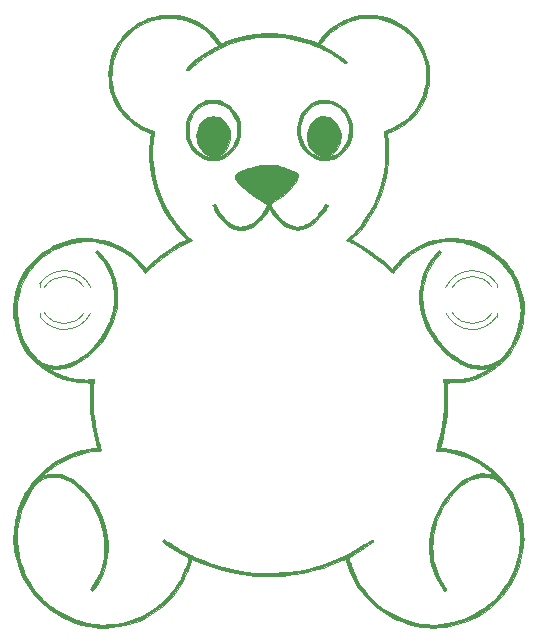
<source format=gbr>
G04 #@! TF.GenerationSoftware,KiCad,Pcbnew,(5.1.10)-1*
G04 #@! TF.CreationDate,2021-11-20T15:44:22+01:00*
G04 #@! TF.ProjectId,BlinkyBear,426c696e-6b79-4426-9561-722e6b696361,rev?*
G04 #@! TF.SameCoordinates,Original*
G04 #@! TF.FileFunction,Legend,Top*
G04 #@! TF.FilePolarity,Positive*
%FSLAX46Y46*%
G04 Gerber Fmt 4.6, Leading zero omitted, Abs format (unit mm)*
G04 Created by KiCad (PCBNEW (5.1.10)-1) date 2021-11-20 15:44:23*
%MOMM*%
%LPD*%
G01*
G04 APERTURE LIST*
%ADD10C,0.120000*%
%ADD11C,0.010000*%
G04 APERTURE END LIST*
D10*
X155222003Y-77660000D02*
X155222003Y-77341000D01*
X155222003Y-80139000D02*
X155222003Y-79820000D01*
X150918761Y-79820724D02*
G75*
G03*
X155222003Y-80138749I2243242J1080724D01*
G01*
X150918761Y-77659276D02*
G75*
G02*
X155222003Y-77341251I2243242J-1080724D01*
G01*
X151479290Y-79820961D02*
G75*
G03*
X154845333Y-79820000I1682713J1080961D01*
G01*
X151479290Y-77659039D02*
G75*
G02*
X154845333Y-77660000I1682713J-1080961D01*
G01*
D11*
G36*
X140859275Y-63205904D02*
G01*
X141083712Y-63281228D01*
X141294831Y-63398267D01*
X141487397Y-63554013D01*
X141656177Y-63745454D01*
X141795937Y-63969583D01*
X141817148Y-64012207D01*
X141912588Y-64239286D01*
X141973724Y-64458208D01*
X142004955Y-64688595D01*
X142011400Y-64878901D01*
X141990292Y-65171747D01*
X141928976Y-65449227D01*
X141830458Y-65706639D01*
X141697746Y-65939283D01*
X141533846Y-66142460D01*
X141341765Y-66311469D01*
X141124513Y-66441609D01*
X140972452Y-66502726D01*
X140863888Y-66530001D01*
X140732495Y-66550645D01*
X140597474Y-66562767D01*
X140478025Y-66564478D01*
X140411200Y-66557976D01*
X140355961Y-66543766D01*
X140271010Y-66517508D01*
X140174288Y-66484759D01*
X140169900Y-66483205D01*
X139955171Y-66381359D01*
X139754342Y-66235934D01*
X139574648Y-66053710D01*
X139423326Y-65841470D01*
X139359138Y-65723307D01*
X139279657Y-65540236D01*
X139225136Y-65360590D01*
X139191042Y-65165922D01*
X139174582Y-64972035D01*
X139179255Y-64676929D01*
X139224321Y-64396089D01*
X139306875Y-64133765D01*
X139424010Y-63894205D01*
X139572822Y-63681661D01*
X139750404Y-63500380D01*
X139953851Y-63354614D01*
X140180258Y-63248609D01*
X140391386Y-63192440D01*
X140626755Y-63175305D01*
X140859275Y-63205904D01*
G37*
X140859275Y-63205904D02*
X141083712Y-63281228D01*
X141294831Y-63398267D01*
X141487397Y-63554013D01*
X141656177Y-63745454D01*
X141795937Y-63969583D01*
X141817148Y-64012207D01*
X141912588Y-64239286D01*
X141973724Y-64458208D01*
X142004955Y-64688595D01*
X142011400Y-64878901D01*
X141990292Y-65171747D01*
X141928976Y-65449227D01*
X141830458Y-65706639D01*
X141697746Y-65939283D01*
X141533846Y-66142460D01*
X141341765Y-66311469D01*
X141124513Y-66441609D01*
X140972452Y-66502726D01*
X140863888Y-66530001D01*
X140732495Y-66550645D01*
X140597474Y-66562767D01*
X140478025Y-66564478D01*
X140411200Y-66557976D01*
X140355961Y-66543766D01*
X140271010Y-66517508D01*
X140174288Y-66484759D01*
X140169900Y-66483205D01*
X139955171Y-66381359D01*
X139754342Y-66235934D01*
X139574648Y-66053710D01*
X139423326Y-65841470D01*
X139359138Y-65723307D01*
X139279657Y-65540236D01*
X139225136Y-65360590D01*
X139191042Y-65165922D01*
X139174582Y-64972035D01*
X139179255Y-64676929D01*
X139224321Y-64396089D01*
X139306875Y-64133765D01*
X139424010Y-63894205D01*
X139572822Y-63681661D01*
X139750404Y-63500380D01*
X139953851Y-63354614D01*
X140180258Y-63248609D01*
X140391386Y-63192440D01*
X140626755Y-63175305D01*
X140859275Y-63205904D01*
G36*
X131461962Y-63198363D02*
G01*
X131682735Y-63262284D01*
X131892775Y-63367506D01*
X132087463Y-63512933D01*
X132262179Y-63697470D01*
X132412304Y-63920020D01*
X132473487Y-64038355D01*
X132558988Y-64244364D01*
X132615255Y-64444737D01*
X132647785Y-64661494D01*
X132656130Y-64770000D01*
X132650864Y-65063572D01*
X132602048Y-65348619D01*
X132512520Y-65618915D01*
X132385120Y-65868232D01*
X132222685Y-66090343D01*
X132028056Y-66279022D01*
X131937264Y-66346888D01*
X131740487Y-66454242D01*
X131520200Y-66526251D01*
X131290244Y-66560201D01*
X131064459Y-66553381D01*
X130969071Y-66536556D01*
X130746165Y-66460703D01*
X130534763Y-66340140D01*
X130340474Y-66180617D01*
X130168910Y-65987882D01*
X130025682Y-65767681D01*
X129916401Y-65525765D01*
X129883528Y-65424473D01*
X129824789Y-65139146D01*
X129809483Y-64848837D01*
X129835814Y-64560683D01*
X129901985Y-64281821D01*
X130006200Y-64019386D01*
X130146661Y-63780514D01*
X130321573Y-63572342D01*
X130358783Y-63536636D01*
X130563930Y-63377611D01*
X130781440Y-63265367D01*
X131006696Y-63198809D01*
X131235076Y-63176839D01*
X131461962Y-63198363D01*
G37*
X131461962Y-63198363D02*
X131682735Y-63262284D01*
X131892775Y-63367506D01*
X132087463Y-63512933D01*
X132262179Y-63697470D01*
X132412304Y-63920020D01*
X132473487Y-64038355D01*
X132558988Y-64244364D01*
X132615255Y-64444737D01*
X132647785Y-64661494D01*
X132656130Y-64770000D01*
X132650864Y-65063572D01*
X132602048Y-65348619D01*
X132512520Y-65618915D01*
X132385120Y-65868232D01*
X132222685Y-66090343D01*
X132028056Y-66279022D01*
X131937264Y-66346888D01*
X131740487Y-66454242D01*
X131520200Y-66526251D01*
X131290244Y-66560201D01*
X131064459Y-66553381D01*
X130969071Y-66536556D01*
X130746165Y-66460703D01*
X130534763Y-66340140D01*
X130340474Y-66180617D01*
X130168910Y-65987882D01*
X130025682Y-65767681D01*
X129916401Y-65525765D01*
X129883528Y-65424473D01*
X129824789Y-65139146D01*
X129809483Y-64848837D01*
X129835814Y-64560683D01*
X129901985Y-64281821D01*
X130006200Y-64019386D01*
X130146661Y-63780514D01*
X130321573Y-63572342D01*
X130358783Y-63536636D01*
X130563930Y-63377611D01*
X130781440Y-63265367D01*
X131006696Y-63198809D01*
X131235076Y-63176839D01*
X131461962Y-63198363D01*
G36*
X140890368Y-61788295D02*
G01*
X141211380Y-61844271D01*
X141516370Y-61948298D01*
X141806105Y-62100656D01*
X142081351Y-62301625D01*
X142157077Y-62367686D01*
X142346759Y-62566955D01*
X142522561Y-62805419D01*
X142677945Y-63072003D01*
X142806376Y-63355637D01*
X142892954Y-63614300D01*
X142918226Y-63708762D01*
X142936592Y-63789880D01*
X142949118Y-63868772D01*
X142956867Y-63956557D01*
X142960902Y-64064353D01*
X142962287Y-64203278D01*
X142962219Y-64338200D01*
X142959707Y-64545474D01*
X142951859Y-64714917D01*
X142936456Y-64859403D01*
X142911284Y-64991804D01*
X142874125Y-65124994D01*
X142822764Y-65271846D01*
X142784297Y-65371643D01*
X142643425Y-65665981D01*
X142461899Y-65943563D01*
X142246348Y-66197034D01*
X142003401Y-66419038D01*
X141739688Y-66602220D01*
X141612533Y-66671773D01*
X141398492Y-66760975D01*
X141159088Y-66830059D01*
X140908866Y-66876686D01*
X140662372Y-66898515D01*
X140434149Y-66893206D01*
X140326357Y-66878732D01*
X139992085Y-66792957D01*
X139680155Y-66662220D01*
X139392685Y-66488158D01*
X139131795Y-66272410D01*
X138899602Y-66016615D01*
X138698226Y-65722411D01*
X138601312Y-65544700D01*
X138474227Y-65246793D01*
X138388311Y-64939056D01*
X138341938Y-64613272D01*
X138335331Y-64338200D01*
X138598261Y-64338200D01*
X138598989Y-64504144D01*
X138601617Y-64630596D01*
X138607301Y-64728857D01*
X138617198Y-64810229D01*
X138632467Y-64886013D01*
X138654263Y-64967510D01*
X138667180Y-65011300D01*
X138790243Y-65344885D01*
X138948593Y-65645834D01*
X139140041Y-65912060D01*
X139362400Y-66141475D01*
X139613480Y-66331992D01*
X139891093Y-66481525D01*
X140193051Y-66587987D01*
X140360400Y-66625900D01*
X140467564Y-66636938D01*
X140607670Y-66639087D01*
X140763813Y-66633251D01*
X140919090Y-66620338D01*
X141056594Y-66601251D01*
X141134184Y-66584443D01*
X141423154Y-66481400D01*
X141692302Y-66333044D01*
X141943692Y-66138090D01*
X142102721Y-65981293D01*
X142314239Y-65716737D01*
X142483790Y-65424030D01*
X142610511Y-65104872D01*
X142676478Y-64851332D01*
X142708690Y-64630096D01*
X142721340Y-64385815D01*
X142714987Y-64135338D01*
X142690186Y-63895516D01*
X142647493Y-63683200D01*
X142636639Y-63644795D01*
X142512989Y-63309671D01*
X142353522Y-63008132D01*
X142159748Y-62741845D01*
X141933175Y-62512475D01*
X141675312Y-62321689D01*
X141387666Y-62171155D01*
X141256034Y-62119513D01*
X141166527Y-62088630D01*
X141092240Y-62067015D01*
X141020629Y-62053022D01*
X140939153Y-62045004D01*
X140835267Y-62041315D01*
X140696429Y-62040307D01*
X140652500Y-62040281D01*
X140502285Y-62040863D01*
X140390347Y-62043701D01*
X140304164Y-62050429D01*
X140231216Y-62062684D01*
X140158982Y-62082103D01*
X140074943Y-62110321D01*
X140050674Y-62118923D01*
X139759363Y-62249139D01*
X139491955Y-62422141D01*
X139251653Y-62634328D01*
X139041660Y-62882096D01*
X138865178Y-63161842D01*
X138725410Y-63469963D01*
X138653895Y-63690500D01*
X138632579Y-63774738D01*
X138617363Y-63855824D01*
X138607286Y-63944917D01*
X138601391Y-64053182D01*
X138598718Y-64191779D01*
X138598261Y-64338200D01*
X138335331Y-64338200D01*
X138333482Y-64261224D01*
X138335571Y-64201161D01*
X138374830Y-63829893D01*
X138459618Y-63476578D01*
X138588623Y-63144303D01*
X138760533Y-62836158D01*
X138974036Y-62555231D01*
X139085033Y-62436814D01*
X139340471Y-62211806D01*
X139609580Y-62035109D01*
X139895413Y-61905358D01*
X140201023Y-61821186D01*
X140529463Y-61781228D01*
X140552569Y-61780088D01*
X140890368Y-61788295D01*
G37*
X140890368Y-61788295D02*
X141211380Y-61844271D01*
X141516370Y-61948298D01*
X141806105Y-62100656D01*
X142081351Y-62301625D01*
X142157077Y-62367686D01*
X142346759Y-62566955D01*
X142522561Y-62805419D01*
X142677945Y-63072003D01*
X142806376Y-63355637D01*
X142892954Y-63614300D01*
X142918226Y-63708762D01*
X142936592Y-63789880D01*
X142949118Y-63868772D01*
X142956867Y-63956557D01*
X142960902Y-64064353D01*
X142962287Y-64203278D01*
X142962219Y-64338200D01*
X142959707Y-64545474D01*
X142951859Y-64714917D01*
X142936456Y-64859403D01*
X142911284Y-64991804D01*
X142874125Y-65124994D01*
X142822764Y-65271846D01*
X142784297Y-65371643D01*
X142643425Y-65665981D01*
X142461899Y-65943563D01*
X142246348Y-66197034D01*
X142003401Y-66419038D01*
X141739688Y-66602220D01*
X141612533Y-66671773D01*
X141398492Y-66760975D01*
X141159088Y-66830059D01*
X140908866Y-66876686D01*
X140662372Y-66898515D01*
X140434149Y-66893206D01*
X140326357Y-66878732D01*
X139992085Y-66792957D01*
X139680155Y-66662220D01*
X139392685Y-66488158D01*
X139131795Y-66272410D01*
X138899602Y-66016615D01*
X138698226Y-65722411D01*
X138601312Y-65544700D01*
X138474227Y-65246793D01*
X138388311Y-64939056D01*
X138341938Y-64613272D01*
X138335331Y-64338200D01*
X138598261Y-64338200D01*
X138598989Y-64504144D01*
X138601617Y-64630596D01*
X138607301Y-64728857D01*
X138617198Y-64810229D01*
X138632467Y-64886013D01*
X138654263Y-64967510D01*
X138667180Y-65011300D01*
X138790243Y-65344885D01*
X138948593Y-65645834D01*
X139140041Y-65912060D01*
X139362400Y-66141475D01*
X139613480Y-66331992D01*
X139891093Y-66481525D01*
X140193051Y-66587987D01*
X140360400Y-66625900D01*
X140467564Y-66636938D01*
X140607670Y-66639087D01*
X140763813Y-66633251D01*
X140919090Y-66620338D01*
X141056594Y-66601251D01*
X141134184Y-66584443D01*
X141423154Y-66481400D01*
X141692302Y-66333044D01*
X141943692Y-66138090D01*
X142102721Y-65981293D01*
X142314239Y-65716737D01*
X142483790Y-65424030D01*
X142610511Y-65104872D01*
X142676478Y-64851332D01*
X142708690Y-64630096D01*
X142721340Y-64385815D01*
X142714987Y-64135338D01*
X142690186Y-63895516D01*
X142647493Y-63683200D01*
X142636639Y-63644795D01*
X142512989Y-63309671D01*
X142353522Y-63008132D01*
X142159748Y-62741845D01*
X141933175Y-62512475D01*
X141675312Y-62321689D01*
X141387666Y-62171155D01*
X141256034Y-62119513D01*
X141166527Y-62088630D01*
X141092240Y-62067015D01*
X141020629Y-62053022D01*
X140939153Y-62045004D01*
X140835267Y-62041315D01*
X140696429Y-62040307D01*
X140652500Y-62040281D01*
X140502285Y-62040863D01*
X140390347Y-62043701D01*
X140304164Y-62050429D01*
X140231216Y-62062684D01*
X140158982Y-62082103D01*
X140074943Y-62110321D01*
X140050674Y-62118923D01*
X139759363Y-62249139D01*
X139491955Y-62422141D01*
X139251653Y-62634328D01*
X139041660Y-62882096D01*
X138865178Y-63161842D01*
X138725410Y-63469963D01*
X138653895Y-63690500D01*
X138632579Y-63774738D01*
X138617363Y-63855824D01*
X138607286Y-63944917D01*
X138601391Y-64053182D01*
X138598718Y-64191779D01*
X138598261Y-64338200D01*
X138335331Y-64338200D01*
X138333482Y-64261224D01*
X138335571Y-64201161D01*
X138374830Y-63829893D01*
X138459618Y-63476578D01*
X138588623Y-63144303D01*
X138760533Y-62836158D01*
X138974036Y-62555231D01*
X139085033Y-62436814D01*
X139340471Y-62211806D01*
X139609580Y-62035109D01*
X139895413Y-61905358D01*
X140201023Y-61821186D01*
X140529463Y-61781228D01*
X140552569Y-61780088D01*
X140890368Y-61788295D01*
G36*
X131310677Y-61785351D02*
G01*
X131489362Y-61794216D01*
X131645064Y-61811284D01*
X131749800Y-61832606D01*
X132060312Y-61944783D01*
X132349969Y-62100864D01*
X132615572Y-62297118D01*
X132853917Y-62529815D01*
X133061805Y-62795225D01*
X133236034Y-63089617D01*
X133373403Y-63409262D01*
X133470712Y-63750428D01*
X133492941Y-63863963D01*
X133519045Y-64093505D01*
X133524732Y-64349732D01*
X133510837Y-64613191D01*
X133478195Y-64864425D01*
X133442930Y-65029227D01*
X133331674Y-65366006D01*
X133180125Y-65680927D01*
X132991859Y-65969401D01*
X132770452Y-66226837D01*
X132519477Y-66448645D01*
X132242509Y-66630234D01*
X132163733Y-66671773D01*
X131923700Y-66770747D01*
X131659422Y-66842651D01*
X131385304Y-66885386D01*
X131115748Y-66896853D01*
X130865158Y-66874952D01*
X130822700Y-66867209D01*
X130497581Y-66777308D01*
X130193069Y-66642646D01*
X129912062Y-66466076D01*
X129657461Y-66250450D01*
X129432167Y-65998623D01*
X129239079Y-65713448D01*
X129081097Y-65397777D01*
X128961123Y-65054464D01*
X128954049Y-65028827D01*
X128920354Y-64863350D01*
X128897134Y-64663413D01*
X128884746Y-64444340D01*
X128884108Y-64325500D01*
X129148693Y-64325500D01*
X129151470Y-64547189D01*
X129161870Y-64730662D01*
X129182336Y-64888235D01*
X129215307Y-65032225D01*
X129263225Y-65174951D01*
X129328530Y-65328730D01*
X129361402Y-65398888D01*
X129456760Y-65584475D01*
X129553542Y-65739764D01*
X129664831Y-65883902D01*
X129779843Y-66011150D01*
X130018059Y-66227864D01*
X130277014Y-66401059D01*
X130552765Y-66529328D01*
X130841368Y-66611267D01*
X131138877Y-66645469D01*
X131441349Y-66630530D01*
X131495800Y-66622548D01*
X131797056Y-66548939D01*
X132078624Y-66429925D01*
X132338122Y-66267859D01*
X132573173Y-66065097D01*
X132781399Y-65823992D01*
X132960419Y-65546899D01*
X133107857Y-65236172D01*
X133213621Y-64922400D01*
X133232756Y-64840129D01*
X133246133Y-64746705D01*
X133254582Y-64631694D01*
X133258929Y-64484664D01*
X133260009Y-64338200D01*
X133259225Y-64170332D01*
X133255687Y-64041061D01*
X133248280Y-63938213D01*
X133235888Y-63849610D01*
X133217397Y-63763078D01*
X133201858Y-63703200D01*
X133088802Y-63374033D01*
X132936584Y-63070401D01*
X132748192Y-62796606D01*
X132526614Y-62556954D01*
X132274842Y-62355748D01*
X132258219Y-62344578D01*
X132005327Y-62200134D01*
X131745815Y-62101007D01*
X131470057Y-62044341D01*
X131188713Y-62027241D01*
X130886475Y-62051199D01*
X130596940Y-62122447D01*
X130323299Y-62238373D01*
X130068743Y-62396364D01*
X129836464Y-62593807D01*
X129629653Y-62828091D01*
X129451502Y-63096604D01*
X129305202Y-63396733D01*
X129218696Y-63639700D01*
X129193450Y-63726000D01*
X129175143Y-63801073D01*
X129162661Y-63875852D01*
X129154888Y-63961267D01*
X129150708Y-64068252D01*
X129149005Y-64207738D01*
X129148693Y-64325500D01*
X128884108Y-64325500D01*
X128883549Y-64221454D01*
X128893901Y-64010079D01*
X128916159Y-63825537D01*
X128924856Y-63779400D01*
X129019898Y-63434635D01*
X129155277Y-63111773D01*
X129327746Y-62814466D01*
X129534056Y-62546366D01*
X129770956Y-62311124D01*
X130035199Y-62112391D01*
X130323535Y-61953819D01*
X130632714Y-61839059D01*
X130657600Y-61832060D01*
X130782472Y-61808043D01*
X130942659Y-61792257D01*
X131123585Y-61784696D01*
X131310677Y-61785351D01*
G37*
X131310677Y-61785351D02*
X131489362Y-61794216D01*
X131645064Y-61811284D01*
X131749800Y-61832606D01*
X132060312Y-61944783D01*
X132349969Y-62100864D01*
X132615572Y-62297118D01*
X132853917Y-62529815D01*
X133061805Y-62795225D01*
X133236034Y-63089617D01*
X133373403Y-63409262D01*
X133470712Y-63750428D01*
X133492941Y-63863963D01*
X133519045Y-64093505D01*
X133524732Y-64349732D01*
X133510837Y-64613191D01*
X133478195Y-64864425D01*
X133442930Y-65029227D01*
X133331674Y-65366006D01*
X133180125Y-65680927D01*
X132991859Y-65969401D01*
X132770452Y-66226837D01*
X132519477Y-66448645D01*
X132242509Y-66630234D01*
X132163733Y-66671773D01*
X131923700Y-66770747D01*
X131659422Y-66842651D01*
X131385304Y-66885386D01*
X131115748Y-66896853D01*
X130865158Y-66874952D01*
X130822700Y-66867209D01*
X130497581Y-66777308D01*
X130193069Y-66642646D01*
X129912062Y-66466076D01*
X129657461Y-66250450D01*
X129432167Y-65998623D01*
X129239079Y-65713448D01*
X129081097Y-65397777D01*
X128961123Y-65054464D01*
X128954049Y-65028827D01*
X128920354Y-64863350D01*
X128897134Y-64663413D01*
X128884746Y-64444340D01*
X128884108Y-64325500D01*
X129148693Y-64325500D01*
X129151470Y-64547189D01*
X129161870Y-64730662D01*
X129182336Y-64888235D01*
X129215307Y-65032225D01*
X129263225Y-65174951D01*
X129328530Y-65328730D01*
X129361402Y-65398888D01*
X129456760Y-65584475D01*
X129553542Y-65739764D01*
X129664831Y-65883902D01*
X129779843Y-66011150D01*
X130018059Y-66227864D01*
X130277014Y-66401059D01*
X130552765Y-66529328D01*
X130841368Y-66611267D01*
X131138877Y-66645469D01*
X131441349Y-66630530D01*
X131495800Y-66622548D01*
X131797056Y-66548939D01*
X132078624Y-66429925D01*
X132338122Y-66267859D01*
X132573173Y-66065097D01*
X132781399Y-65823992D01*
X132960419Y-65546899D01*
X133107857Y-65236172D01*
X133213621Y-64922400D01*
X133232756Y-64840129D01*
X133246133Y-64746705D01*
X133254582Y-64631694D01*
X133258929Y-64484664D01*
X133260009Y-64338200D01*
X133259225Y-64170332D01*
X133255687Y-64041061D01*
X133248280Y-63938213D01*
X133235888Y-63849610D01*
X133217397Y-63763078D01*
X133201858Y-63703200D01*
X133088802Y-63374033D01*
X132936584Y-63070401D01*
X132748192Y-62796606D01*
X132526614Y-62556954D01*
X132274842Y-62355748D01*
X132258219Y-62344578D01*
X132005327Y-62200134D01*
X131745815Y-62101007D01*
X131470057Y-62044341D01*
X131188713Y-62027241D01*
X130886475Y-62051199D01*
X130596940Y-62122447D01*
X130323299Y-62238373D01*
X130068743Y-62396364D01*
X129836464Y-62593807D01*
X129629653Y-62828091D01*
X129451502Y-63096604D01*
X129305202Y-63396733D01*
X129218696Y-63639700D01*
X129193450Y-63726000D01*
X129175143Y-63801073D01*
X129162661Y-63875852D01*
X129154888Y-63961267D01*
X129150708Y-64068252D01*
X129149005Y-64207738D01*
X129148693Y-64325500D01*
X128884108Y-64325500D01*
X128883549Y-64221454D01*
X128893901Y-64010079D01*
X128916159Y-63825537D01*
X128924856Y-63779400D01*
X129019898Y-63434635D01*
X129155277Y-63111773D01*
X129327746Y-62814466D01*
X129534056Y-62546366D01*
X129770956Y-62311124D01*
X130035199Y-62112391D01*
X130323535Y-61953819D01*
X130632714Y-61839059D01*
X130657600Y-61832060D01*
X130782472Y-61808043D01*
X130942659Y-61792257D01*
X131123585Y-61784696D01*
X131310677Y-61785351D01*
G36*
X136112174Y-67299250D02*
G01*
X136267788Y-67301789D01*
X136391872Y-67306578D01*
X136494057Y-67314283D01*
X136583975Y-67325572D01*
X136671256Y-67341111D01*
X136737230Y-67355161D01*
X137133448Y-67461799D01*
X137537172Y-67604809D01*
X137929237Y-67777329D01*
X137964474Y-67794653D01*
X138111511Y-67868734D01*
X138218928Y-67928080D01*
X138292938Y-67979861D01*
X138339755Y-68031249D01*
X138365591Y-68089416D01*
X138376660Y-68161535D01*
X138379176Y-68254775D01*
X138379200Y-68273356D01*
X138355613Y-68434147D01*
X138285388Y-68612266D01*
X138169324Y-68806873D01*
X138008224Y-69017128D01*
X137802886Y-69242189D01*
X137554114Y-69481216D01*
X137262706Y-69733370D01*
X136929465Y-69997809D01*
X136555191Y-70273693D01*
X136309100Y-70445855D01*
X136210431Y-70513690D01*
X136128057Y-70570448D01*
X136070425Y-70610301D01*
X136045984Y-70627417D01*
X136045852Y-70627518D01*
X136050899Y-70650367D01*
X136081806Y-70708263D01*
X136139583Y-70802879D01*
X136225242Y-70935888D01*
X136304835Y-71056500D01*
X136539226Y-71381724D01*
X136784524Y-71669914D01*
X137038106Y-71919197D01*
X137297350Y-72127702D01*
X137559633Y-72293559D01*
X137822331Y-72414896D01*
X138082822Y-72489842D01*
X138338483Y-72516526D01*
X138351513Y-72516558D01*
X138607684Y-72496054D01*
X138856060Y-72434645D01*
X139100616Y-72330417D01*
X139345326Y-72181459D01*
X139594167Y-71985859D01*
X139747345Y-71845085D01*
X139916408Y-71675050D01*
X140068861Y-71505933D01*
X140214491Y-71325690D01*
X140363087Y-71122274D01*
X140506796Y-70910417D01*
X140720717Y-70586534D01*
X140826308Y-70649500D01*
X140886964Y-70688869D01*
X140923396Y-70718739D01*
X140928409Y-70727481D01*
X140910031Y-70766602D01*
X140867893Y-70838511D01*
X140807650Y-70934576D01*
X140734955Y-71046166D01*
X140655460Y-71164648D01*
X140574820Y-71281392D01*
X140498687Y-71387766D01*
X140474624Y-71420318D01*
X140211886Y-71746297D01*
X139942449Y-72030374D01*
X139668916Y-72270213D01*
X139393891Y-72463477D01*
X139183359Y-72578787D01*
X138974561Y-72668966D01*
X138782852Y-72728063D01*
X138589055Y-72760570D01*
X138373993Y-72770979D01*
X138362590Y-72771000D01*
X138056646Y-72745822D01*
X137755678Y-72670268D01*
X137459642Y-72544309D01*
X137168491Y-72367912D01*
X136882181Y-72141047D01*
X136600667Y-71863683D01*
X136323904Y-71535791D01*
X136100499Y-71229232D01*
X135922882Y-70970164D01*
X135862013Y-71102232D01*
X135777638Y-71261458D01*
X135664452Y-71440545D01*
X135532090Y-71626150D01*
X135390187Y-71804929D01*
X135248377Y-71963536D01*
X135217037Y-71995511D01*
X134941516Y-72242602D01*
X134655470Y-72444306D01*
X134361316Y-72599624D01*
X134061473Y-72707557D01*
X133758360Y-72767106D01*
X133454395Y-72777272D01*
X133345178Y-72768646D01*
X133048686Y-72710893D01*
X132761756Y-72603916D01*
X132485360Y-72448559D01*
X132220471Y-72245666D01*
X131968062Y-71996080D01*
X131729106Y-71700647D01*
X131504575Y-71360211D01*
X131307960Y-71000761D01*
X131253879Y-70891838D01*
X131209241Y-70800211D01*
X131178399Y-70734939D01*
X131165704Y-70705080D01*
X131165600Y-70704411D01*
X131186930Y-70688757D01*
X131238993Y-70665118D01*
X131303894Y-70640215D01*
X131363739Y-70620767D01*
X131400636Y-70613493D01*
X131404549Y-70614682D01*
X131418934Y-70640100D01*
X131450971Y-70701468D01*
X131495734Y-70789232D01*
X131541880Y-70880996D01*
X131742914Y-71246379D01*
X131957546Y-71566657D01*
X132184556Y-71841312D01*
X132422727Y-72069828D01*
X132670841Y-72251686D01*
X132927681Y-72386368D01*
X133192028Y-72473358D01*
X133462666Y-72512138D01*
X133738375Y-72502191D01*
X134017939Y-72442998D01*
X134300140Y-72334042D01*
X134583760Y-72174806D01*
X134584754Y-72174159D01*
X134864225Y-71964053D01*
X135122899Y-71713309D01*
X135353457Y-71430270D01*
X135548577Y-71123278D01*
X135610122Y-71005700D01*
X135678014Y-70868982D01*
X135723668Y-70769230D01*
X135744788Y-70696688D01*
X135739076Y-70641600D01*
X135704233Y-70594208D01*
X135637963Y-70544756D01*
X135537967Y-70483487D01*
X135478764Y-70447894D01*
X135115522Y-70221816D01*
X134773190Y-69996629D01*
X134454744Y-69774743D01*
X134163157Y-69558563D01*
X133901404Y-69350499D01*
X133672460Y-69152957D01*
X133479299Y-68968345D01*
X133324895Y-68799071D01*
X133212224Y-68647542D01*
X133174167Y-68582447D01*
X133112020Y-68431936D01*
X133085569Y-68290374D01*
X133095628Y-68166696D01*
X133129141Y-68088703D01*
X133182830Y-68036913D01*
X133279520Y-67975030D01*
X133412964Y-67905428D01*
X133576917Y-67830486D01*
X133765134Y-67752580D01*
X133971367Y-67674087D01*
X134189373Y-67597382D01*
X134412905Y-67524843D01*
X134635718Y-67458845D01*
X134851566Y-67401767D01*
X135054204Y-67355984D01*
X135055288Y-67355764D01*
X135159182Y-67335924D01*
X135254765Y-67321106D01*
X135352270Y-67310625D01*
X135461929Y-67303798D01*
X135593973Y-67299942D01*
X135758634Y-67298373D01*
X135915400Y-67298296D01*
X136112174Y-67299250D01*
G37*
X136112174Y-67299250D02*
X136267788Y-67301789D01*
X136391872Y-67306578D01*
X136494057Y-67314283D01*
X136583975Y-67325572D01*
X136671256Y-67341111D01*
X136737230Y-67355161D01*
X137133448Y-67461799D01*
X137537172Y-67604809D01*
X137929237Y-67777329D01*
X137964474Y-67794653D01*
X138111511Y-67868734D01*
X138218928Y-67928080D01*
X138292938Y-67979861D01*
X138339755Y-68031249D01*
X138365591Y-68089416D01*
X138376660Y-68161535D01*
X138379176Y-68254775D01*
X138379200Y-68273356D01*
X138355613Y-68434147D01*
X138285388Y-68612266D01*
X138169324Y-68806873D01*
X138008224Y-69017128D01*
X137802886Y-69242189D01*
X137554114Y-69481216D01*
X137262706Y-69733370D01*
X136929465Y-69997809D01*
X136555191Y-70273693D01*
X136309100Y-70445855D01*
X136210431Y-70513690D01*
X136128057Y-70570448D01*
X136070425Y-70610301D01*
X136045984Y-70627417D01*
X136045852Y-70627518D01*
X136050899Y-70650367D01*
X136081806Y-70708263D01*
X136139583Y-70802879D01*
X136225242Y-70935888D01*
X136304835Y-71056500D01*
X136539226Y-71381724D01*
X136784524Y-71669914D01*
X137038106Y-71919197D01*
X137297350Y-72127702D01*
X137559633Y-72293559D01*
X137822331Y-72414896D01*
X138082822Y-72489842D01*
X138338483Y-72516526D01*
X138351513Y-72516558D01*
X138607684Y-72496054D01*
X138856060Y-72434645D01*
X139100616Y-72330417D01*
X139345326Y-72181459D01*
X139594167Y-71985859D01*
X139747345Y-71845085D01*
X139916408Y-71675050D01*
X140068861Y-71505933D01*
X140214491Y-71325690D01*
X140363087Y-71122274D01*
X140506796Y-70910417D01*
X140720717Y-70586534D01*
X140826308Y-70649500D01*
X140886964Y-70688869D01*
X140923396Y-70718739D01*
X140928409Y-70727481D01*
X140910031Y-70766602D01*
X140867893Y-70838511D01*
X140807650Y-70934576D01*
X140734955Y-71046166D01*
X140655460Y-71164648D01*
X140574820Y-71281392D01*
X140498687Y-71387766D01*
X140474624Y-71420318D01*
X140211886Y-71746297D01*
X139942449Y-72030374D01*
X139668916Y-72270213D01*
X139393891Y-72463477D01*
X139183359Y-72578787D01*
X138974561Y-72668966D01*
X138782852Y-72728063D01*
X138589055Y-72760570D01*
X138373993Y-72770979D01*
X138362590Y-72771000D01*
X138056646Y-72745822D01*
X137755678Y-72670268D01*
X137459642Y-72544309D01*
X137168491Y-72367912D01*
X136882181Y-72141047D01*
X136600667Y-71863683D01*
X136323904Y-71535791D01*
X136100499Y-71229232D01*
X135922882Y-70970164D01*
X135862013Y-71102232D01*
X135777638Y-71261458D01*
X135664452Y-71440545D01*
X135532090Y-71626150D01*
X135390187Y-71804929D01*
X135248377Y-71963536D01*
X135217037Y-71995511D01*
X134941516Y-72242602D01*
X134655470Y-72444306D01*
X134361316Y-72599624D01*
X134061473Y-72707557D01*
X133758360Y-72767106D01*
X133454395Y-72777272D01*
X133345178Y-72768646D01*
X133048686Y-72710893D01*
X132761756Y-72603916D01*
X132485360Y-72448559D01*
X132220471Y-72245666D01*
X131968062Y-71996080D01*
X131729106Y-71700647D01*
X131504575Y-71360211D01*
X131307960Y-71000761D01*
X131253879Y-70891838D01*
X131209241Y-70800211D01*
X131178399Y-70734939D01*
X131165704Y-70705080D01*
X131165600Y-70704411D01*
X131186930Y-70688757D01*
X131238993Y-70665118D01*
X131303894Y-70640215D01*
X131363739Y-70620767D01*
X131400636Y-70613493D01*
X131404549Y-70614682D01*
X131418934Y-70640100D01*
X131450971Y-70701468D01*
X131495734Y-70789232D01*
X131541880Y-70880996D01*
X131742914Y-71246379D01*
X131957546Y-71566657D01*
X132184556Y-71841312D01*
X132422727Y-72069828D01*
X132670841Y-72251686D01*
X132927681Y-72386368D01*
X133192028Y-72473358D01*
X133462666Y-72512138D01*
X133738375Y-72502191D01*
X134017939Y-72442998D01*
X134300140Y-72334042D01*
X134583760Y-72174806D01*
X134584754Y-72174159D01*
X134864225Y-71964053D01*
X135122899Y-71713309D01*
X135353457Y-71430270D01*
X135548577Y-71123278D01*
X135610122Y-71005700D01*
X135678014Y-70868982D01*
X135723668Y-70769230D01*
X135744788Y-70696688D01*
X135739076Y-70641600D01*
X135704233Y-70594208D01*
X135637963Y-70544756D01*
X135537967Y-70483487D01*
X135478764Y-70447894D01*
X135115522Y-70221816D01*
X134773190Y-69996629D01*
X134454744Y-69774743D01*
X134163157Y-69558563D01*
X133901404Y-69350499D01*
X133672460Y-69152957D01*
X133479299Y-68968345D01*
X133324895Y-68799071D01*
X133212224Y-68647542D01*
X133174167Y-68582447D01*
X133112020Y-68431936D01*
X133085569Y-68290374D01*
X133095628Y-68166696D01*
X133129141Y-68088703D01*
X133182830Y-68036913D01*
X133279520Y-67975030D01*
X133412964Y-67905428D01*
X133576917Y-67830486D01*
X133765134Y-67752580D01*
X133971367Y-67674087D01*
X134189373Y-67597382D01*
X134412905Y-67524843D01*
X134635718Y-67458845D01*
X134851566Y-67401767D01*
X135054204Y-67355984D01*
X135055288Y-67355764D01*
X135159182Y-67335924D01*
X135254765Y-67321106D01*
X135352270Y-67310625D01*
X135461929Y-67303798D01*
X135593973Y-67299942D01*
X135758634Y-67298373D01*
X135915400Y-67298296D01*
X136112174Y-67299250D01*
G36*
X144712156Y-54596577D02*
G01*
X144885258Y-54610656D01*
X145381623Y-54684617D01*
X145866478Y-54805926D01*
X146335964Y-54972567D01*
X146786223Y-55182520D01*
X147213397Y-55433767D01*
X147613629Y-55724290D01*
X147983059Y-56052069D01*
X148305183Y-56399950D01*
X148610558Y-56801859D01*
X148871653Y-57224703D01*
X149088438Y-57665159D01*
X149260886Y-58119904D01*
X149388965Y-58585615D01*
X149472647Y-59058970D01*
X149511902Y-59536645D01*
X149506701Y-60015317D01*
X149457014Y-60491665D01*
X149362812Y-60962364D01*
X149224065Y-61424092D01*
X149040744Y-61873525D01*
X148812820Y-62307342D01*
X148540263Y-62722220D01*
X148363207Y-62951045D01*
X148253124Y-63076999D01*
X148115021Y-63222487D01*
X147960300Y-63376522D01*
X147800364Y-63528116D01*
X147646613Y-63666281D01*
X147510448Y-63780030D01*
X147472400Y-63809519D01*
X147267340Y-63953629D01*
X147035271Y-64098170D01*
X146788486Y-64236683D01*
X146539281Y-64362708D01*
X146299949Y-64469786D01*
X146082786Y-64551457D01*
X146026258Y-64569303D01*
X145960747Y-64592443D01*
X145933375Y-64617026D01*
X145932637Y-64655270D01*
X145934833Y-64666389D01*
X145953871Y-64774335D01*
X145974306Y-64922635D01*
X145995041Y-65100902D01*
X146014973Y-65298751D01*
X146033003Y-65505797D01*
X146048030Y-65711655D01*
X146051585Y-65768248D01*
X146065908Y-66383381D01*
X146036862Y-67014725D01*
X145965841Y-67654466D01*
X145854235Y-68294790D01*
X145703436Y-68927882D01*
X145514836Y-69545930D01*
X145289828Y-70141118D01*
X145260235Y-70211127D01*
X144985050Y-70805092D01*
X144679375Y-71369198D01*
X144338964Y-71909818D01*
X143959573Y-72433325D01*
X143536957Y-72946090D01*
X143172951Y-73344396D01*
X142929101Y-73600293D01*
X143111600Y-73698154D01*
X143565535Y-73954762D01*
X144032493Y-74243505D01*
X144502137Y-74556973D01*
X144964131Y-74887760D01*
X145408136Y-75228458D01*
X145823816Y-75571659D01*
X146200834Y-75909957D01*
X146209121Y-75917766D01*
X146382372Y-76081202D01*
X146425228Y-76019951D01*
X146572157Y-75825437D01*
X146751030Y-75613600D01*
X146951503Y-75395272D01*
X147163235Y-75181284D01*
X147375882Y-74982466D01*
X147579104Y-74809649D01*
X147586700Y-74803583D01*
X148026323Y-74485547D01*
X148494141Y-74208140D01*
X148985807Y-73972976D01*
X149496980Y-73781671D01*
X150023314Y-73635839D01*
X150560466Y-73537097D01*
X151104093Y-73487060D01*
X151130000Y-73485922D01*
X151689593Y-73487348D01*
X152239526Y-73537798D01*
X152777302Y-73636005D01*
X153300425Y-73780702D01*
X153806399Y-73970620D01*
X154292725Y-74204491D01*
X154756909Y-74481049D01*
X155196454Y-74799025D01*
X155608862Y-75157151D01*
X155991638Y-75554161D01*
X156342284Y-75988785D01*
X156500055Y-76212778D01*
X156604629Y-76379308D01*
X156718782Y-76580067D01*
X156835563Y-76801250D01*
X156948015Y-77029051D01*
X157049187Y-77249664D01*
X157132124Y-77449286D01*
X157158769Y-77520536D01*
X157318302Y-78036703D01*
X157432330Y-78566439D01*
X157500325Y-79103664D01*
X157521762Y-79642297D01*
X157496115Y-80176259D01*
X157430350Y-80658881D01*
X157367176Y-80974635D01*
X157295275Y-81263035D01*
X157209937Y-81538073D01*
X157106451Y-81813740D01*
X156980106Y-82104026D01*
X156857767Y-82359500D01*
X156706058Y-82654971D01*
X156560369Y-82912387D01*
X156412878Y-83142568D01*
X156255761Y-83356338D01*
X156081194Y-83564516D01*
X155881354Y-83777925D01*
X155707573Y-83950452D01*
X155277643Y-84334281D01*
X154828291Y-84671249D01*
X154358704Y-84961763D01*
X153868073Y-85206232D01*
X153355584Y-85405062D01*
X152820426Y-85558661D01*
X152298400Y-85661787D01*
X152186974Y-85675746D01*
X152038200Y-85689274D01*
X151865528Y-85701423D01*
X151682407Y-85711244D01*
X151504826Y-85717723D01*
X150977953Y-85731784D01*
X150996826Y-85874442D01*
X151003332Y-85953103D01*
X151008467Y-86075350D01*
X151012272Y-86233990D01*
X151014791Y-86421830D01*
X151016067Y-86631675D01*
X151016142Y-86856333D01*
X151015060Y-87088609D01*
X151012862Y-87321309D01*
X151009593Y-87547241D01*
X151005293Y-87759210D01*
X151000007Y-87950024D01*
X150993778Y-88112487D01*
X150986647Y-88239407D01*
X150982459Y-88290400D01*
X150900221Y-88977930D01*
X150787043Y-89673660D01*
X150646085Y-90360925D01*
X150480508Y-91023062D01*
X150430296Y-91201234D01*
X150426085Y-91227527D01*
X150438119Y-91244708D01*
X150475667Y-91256117D01*
X150547997Y-91265094D01*
X150626385Y-91271890D01*
X150743562Y-91283933D01*
X150888750Y-91302412D01*
X151040032Y-91324409D01*
X151130000Y-91338995D01*
X151743869Y-91468790D01*
X152338188Y-91645195D01*
X152911531Y-91867364D01*
X153462472Y-92134450D01*
X153989586Y-92445608D01*
X154491448Y-92799990D01*
X154966633Y-93196752D01*
X155413715Y-93635046D01*
X155831269Y-94114026D01*
X155856314Y-94145244D01*
X156034250Y-94371420D01*
X156183716Y-94570020D01*
X156310693Y-94750803D01*
X156421160Y-94923527D01*
X156521100Y-95097949D01*
X156616494Y-95283826D01*
X156713322Y-95490917D01*
X156795276Y-95677123D01*
X156978856Y-96127590D01*
X157129585Y-96556019D01*
X157250466Y-96975054D01*
X157344500Y-97397343D01*
X157414690Y-97835531D01*
X157464036Y-98302264D01*
X157483393Y-98575939D01*
X157493809Y-98763704D01*
X157499651Y-98914694D01*
X157500712Y-99042744D01*
X157496783Y-99161691D01*
X157487657Y-99285370D01*
X157473125Y-99427617D01*
X157470208Y-99453700D01*
X157402711Y-99962215D01*
X157318243Y-100431316D01*
X157214101Y-100870341D01*
X157087579Y-101288632D01*
X156935973Y-101695529D01*
X156756579Y-102100372D01*
X156630541Y-102353808D01*
X156327549Y-102887300D01*
X155986053Y-103388803D01*
X155603481Y-103861831D01*
X155258344Y-104229903D01*
X154799486Y-104655058D01*
X154316848Y-105035907D01*
X153809673Y-105372828D01*
X153277201Y-105666200D01*
X152718675Y-105916402D01*
X152133336Y-106123815D01*
X151520425Y-106288816D01*
X150901718Y-106408250D01*
X150712300Y-106431522D01*
X150484136Y-106448762D01*
X150228925Y-106459921D01*
X149958367Y-106464952D01*
X149684163Y-106463805D01*
X149418012Y-106456431D01*
X149171615Y-106442782D01*
X148956671Y-106422807D01*
X148907500Y-106416588D01*
X148289669Y-106308425D01*
X147688715Y-106153784D01*
X147106893Y-105954062D01*
X146546453Y-105710657D01*
X146009648Y-105424965D01*
X145498732Y-105098385D01*
X145015956Y-104732313D01*
X144563573Y-104328147D01*
X144143836Y-103887285D01*
X143758997Y-103411123D01*
X143524719Y-103077450D01*
X143219080Y-102581018D01*
X142960147Y-102083105D01*
X142744236Y-101575785D01*
X142567664Y-101051133D01*
X142542803Y-100965000D01*
X142509280Y-100849495D01*
X142479272Y-100752026D01*
X142456095Y-100682980D01*
X142443193Y-100652891D01*
X142415098Y-100655475D01*
X142349980Y-100676466D01*
X142256751Y-100712576D01*
X142144323Y-100760516D01*
X142110771Y-100775542D01*
X141322724Y-101104987D01*
X140515832Y-101389343D01*
X139693562Y-101628043D01*
X138859375Y-101820520D01*
X138016735Y-101966208D01*
X137169106Y-102064541D01*
X136319952Y-102114952D01*
X135472736Y-102116875D01*
X134630922Y-102069743D01*
X134357371Y-102043589D01*
X133560341Y-101938250D01*
X132765467Y-101791483D01*
X131980021Y-101605247D01*
X131211270Y-101381504D01*
X130466487Y-101122214D01*
X129752939Y-100829337D01*
X129602233Y-100761217D01*
X129508308Y-100720238D01*
X129432504Y-100691302D01*
X129385886Y-100678436D01*
X129377003Y-100679263D01*
X129364103Y-100714714D01*
X129362200Y-100738205D01*
X129354080Y-100782481D01*
X129331727Y-100865315D01*
X129298147Y-100977481D01*
X129256348Y-101109753D01*
X129209336Y-101252904D01*
X129160119Y-101397708D01*
X129111703Y-101534938D01*
X129067096Y-101655367D01*
X129044409Y-101713252D01*
X128792722Y-102270926D01*
X128499235Y-102801724D01*
X128166277Y-103303936D01*
X127796177Y-103775853D01*
X127391263Y-104215765D01*
X126953863Y-104621961D01*
X126486307Y-104992732D01*
X125990923Y-105326369D01*
X125470040Y-105621161D01*
X124925986Y-105875398D01*
X124361090Y-106087371D01*
X123777681Y-106255370D01*
X123178087Y-106377684D01*
X122593100Y-106450226D01*
X122433049Y-106460714D01*
X122245155Y-106467895D01*
X122041431Y-106471785D01*
X121833889Y-106472399D01*
X121634540Y-106469752D01*
X121455397Y-106463860D01*
X121308471Y-106454738D01*
X121246900Y-106448493D01*
X120638513Y-106355249D01*
X120063865Y-106228375D01*
X119516690Y-106065550D01*
X118990722Y-105864454D01*
X118479698Y-105622768D01*
X117977350Y-105338170D01*
X117614700Y-105103471D01*
X117115964Y-104734751D01*
X116656960Y-104334458D01*
X116237793Y-103902710D01*
X115858568Y-103439626D01*
X115519390Y-102945322D01*
X115224173Y-102427292D01*
X114981852Y-101917930D01*
X114777220Y-101397909D01*
X114607431Y-100858507D01*
X114469640Y-100290999D01*
X114390776Y-99872800D01*
X114353390Y-99646556D01*
X114324948Y-99459833D01*
X114305074Y-99302214D01*
X114293391Y-99163284D01*
X114289522Y-99032624D01*
X114293091Y-98899819D01*
X114303721Y-98754452D01*
X114307690Y-98715853D01*
X114610358Y-98715853D01*
X114611718Y-99035401D01*
X114613233Y-99085400D01*
X114658829Y-99697132D01*
X114753830Y-100298510D01*
X114897551Y-100887645D01*
X115089306Y-101462649D01*
X115328410Y-102021634D01*
X115614180Y-102562712D01*
X115945928Y-103083994D01*
X116179781Y-103403400D01*
X116306409Y-103557186D01*
X116464000Y-103732359D01*
X116643055Y-103919590D01*
X116834075Y-104109548D01*
X117027562Y-104292903D01*
X117214016Y-104460327D01*
X117383939Y-104602489D01*
X117462300Y-104663099D01*
X117914584Y-104972606D01*
X118403645Y-105255516D01*
X118921085Y-105508473D01*
X119458508Y-105728123D01*
X120007519Y-105911109D01*
X120559721Y-106054077D01*
X121106718Y-106153671D01*
X121234200Y-106170492D01*
X121346249Y-106184152D01*
X121450013Y-106196780D01*
X121526685Y-106206090D01*
X121539000Y-106207580D01*
X121622379Y-106213001D01*
X121746226Y-106215049D01*
X121900342Y-106214071D01*
X122074530Y-106210412D01*
X122258593Y-106204419D01*
X122442333Y-106196437D01*
X122615554Y-106186813D01*
X122768059Y-106175892D01*
X122889649Y-106164019D01*
X122914086Y-106160935D01*
X123523556Y-106054053D01*
X124115405Y-105900217D01*
X124687578Y-105700750D01*
X125238020Y-105456976D01*
X125764676Y-105170216D01*
X126265491Y-104841795D01*
X126738411Y-104473034D01*
X127181380Y-104065257D01*
X127592343Y-103619787D01*
X127969245Y-103137947D01*
X128242910Y-102730300D01*
X128347409Y-102553316D01*
X128461592Y-102342852D01*
X128578335Y-102113369D01*
X128690517Y-101879325D01*
X128791013Y-101655180D01*
X128872701Y-101455394D01*
X128878707Y-101439580D01*
X128925713Y-101309176D01*
X128974077Y-101165116D01*
X129020856Y-101017328D01*
X129063108Y-100875738D01*
X129097887Y-100750273D01*
X129122253Y-100650861D01*
X129133260Y-100587428D01*
X129133600Y-100579878D01*
X129115098Y-100545843D01*
X129057043Y-100501730D01*
X128955613Y-100444783D01*
X128924050Y-100428728D01*
X128757879Y-100342272D01*
X128568634Y-100238449D01*
X128363326Y-100121562D01*
X128148964Y-99995912D01*
X127932560Y-99865799D01*
X127721123Y-99735526D01*
X127521663Y-99609394D01*
X127341192Y-99491703D01*
X127186718Y-99386756D01*
X127065253Y-99298854D01*
X127006350Y-99252076D01*
X126946916Y-99182127D01*
X126925550Y-99112507D01*
X126940743Y-99053835D01*
X126990985Y-99016728D01*
X127040871Y-99009200D01*
X127081540Y-99023289D01*
X127153857Y-99061905D01*
X127248474Y-99119570D01*
X127356047Y-99190807D01*
X127385041Y-99210915D01*
X127532805Y-99311732D01*
X127699851Y-99421174D01*
X127880636Y-99536008D01*
X128069615Y-99653001D01*
X128261244Y-99768920D01*
X128449980Y-99880531D01*
X128630278Y-99984601D01*
X128796594Y-100077897D01*
X128943385Y-100157187D01*
X129065106Y-100219237D01*
X129156213Y-100260813D01*
X129211163Y-100278684D01*
X129216784Y-100279133D01*
X129260174Y-100290149D01*
X129333806Y-100319221D01*
X129423101Y-100360489D01*
X129439481Y-100368644D01*
X129889472Y-100581080D01*
X130379153Y-100786419D01*
X130897531Y-100981032D01*
X131433613Y-101161287D01*
X131976408Y-101323553D01*
X132514923Y-101464198D01*
X133038166Y-101579593D01*
X133197600Y-101610046D01*
X133984917Y-101731769D01*
X134787210Y-101811728D01*
X135595090Y-101849589D01*
X136399173Y-101845020D01*
X137190071Y-101797689D01*
X137528300Y-101763592D01*
X138393160Y-101640100D01*
X139242831Y-101468143D01*
X140077118Y-101247794D01*
X140895830Y-100979122D01*
X141698776Y-100662199D01*
X142485763Y-100297096D01*
X143256598Y-99883883D01*
X144011091Y-99422633D01*
X144207783Y-99292684D01*
X144355847Y-99193976D01*
X144468308Y-99121033D01*
X144551244Y-99070580D01*
X144610734Y-99039342D01*
X144652854Y-99024044D01*
X144683684Y-99021410D01*
X144703083Y-99025786D01*
X144754298Y-99060493D01*
X144774889Y-99126068D01*
X144775094Y-99128103D01*
X144775956Y-99159901D01*
X144767650Y-99188579D01*
X144744166Y-99219897D01*
X144699496Y-99259618D01*
X144627629Y-99313503D01*
X144522555Y-99387314D01*
X144458797Y-99431350D01*
X144091454Y-99675708D01*
X143697576Y-99921837D01*
X143299094Y-100156286D01*
X143056790Y-100291268D01*
X142692480Y-100489390D01*
X142709771Y-100604696D01*
X142727813Y-100689538D01*
X142760787Y-100811221D01*
X142805269Y-100959219D01*
X142857834Y-101123005D01*
X142915057Y-101292052D01*
X142973514Y-101455835D01*
X143029780Y-101603827D01*
X143055461Y-101667262D01*
X143310572Y-102215572D01*
X143610114Y-102740985D01*
X143951876Y-103240735D01*
X144333649Y-103712053D01*
X144753221Y-104152174D01*
X145208382Y-104558329D01*
X145612810Y-104868519D01*
X146079784Y-105173435D01*
X146575563Y-105443058D01*
X147094242Y-105675590D01*
X147629919Y-105869238D01*
X148176687Y-106022206D01*
X148728642Y-106132699D01*
X149279881Y-106198921D01*
X149824499Y-106219078D01*
X150037800Y-106213898D01*
X150533444Y-106172113D01*
X151046732Y-106089631D01*
X151568981Y-105969200D01*
X152091508Y-105813568D01*
X152605630Y-105625485D01*
X153102666Y-105407699D01*
X153573932Y-105162958D01*
X153822400Y-105015745D01*
X154184192Y-104771688D01*
X154548031Y-104490233D01*
X154901133Y-104182568D01*
X155230711Y-103859881D01*
X155523980Y-103533361D01*
X155543965Y-103509260D01*
X155872710Y-103073036D01*
X156172074Y-102599120D01*
X156439201Y-102093145D01*
X156671234Y-101560744D01*
X156865316Y-101007551D01*
X156937148Y-100761943D01*
X157023180Y-100423904D01*
X157096145Y-100085656D01*
X157154439Y-99757052D01*
X157196456Y-99447950D01*
X157220593Y-99168203D01*
X157226000Y-98988090D01*
X157217532Y-98754006D01*
X157193253Y-98481334D01*
X157154852Y-98179180D01*
X157104014Y-97856647D01*
X157042429Y-97522840D01*
X156971783Y-97186863D01*
X156893763Y-96857821D01*
X156810058Y-96544817D01*
X156722355Y-96256956D01*
X156716462Y-96239046D01*
X156574251Y-95852192D01*
X156411045Y-95485034D01*
X156230062Y-95142676D01*
X156034521Y-94830222D01*
X155827642Y-94552776D01*
X155612642Y-94315442D01*
X155392741Y-94123325D01*
X155372779Y-94108396D01*
X155090572Y-93930146D01*
X154794098Y-93800154D01*
X154485224Y-93718511D01*
X154165815Y-93685305D01*
X153837736Y-93700625D01*
X153502852Y-93764559D01*
X153163029Y-93877197D01*
X152910896Y-93991241D01*
X152564028Y-94191168D01*
X152222123Y-94437401D01*
X151889045Y-94725457D01*
X151568663Y-95050854D01*
X151264841Y-95409108D01*
X150981447Y-95795739D01*
X150722347Y-96206262D01*
X150491406Y-96636196D01*
X150335396Y-96977200D01*
X150131181Y-97516168D01*
X149972963Y-98057631D01*
X149860511Y-98598970D01*
X149793595Y-99137565D01*
X149771986Y-99670797D01*
X149795454Y-100196047D01*
X149863768Y-100710697D01*
X149976699Y-101212127D01*
X150134017Y-101697718D01*
X150335492Y-102164851D01*
X150580893Y-102610906D01*
X150866783Y-103029033D01*
X150921198Y-103103979D01*
X150960732Y-103164322D01*
X150977480Y-103197923D01*
X150977600Y-103199191D01*
X150959063Y-103227843D01*
X150912416Y-103271863D01*
X150888640Y-103290867D01*
X150849446Y-103319527D01*
X150816690Y-103335305D01*
X150785258Y-103333844D01*
X150750037Y-103310788D01*
X150705914Y-103261783D01*
X150647775Y-103182472D01*
X150570507Y-103068499D01*
X150496209Y-102956568D01*
X150228991Y-102518877D01*
X150007286Y-102078642D01*
X149827597Y-101626845D01*
X149686427Y-101154468D01*
X149580278Y-100652492D01*
X149563499Y-100551257D01*
X149543448Y-100384545D01*
X149528865Y-100179297D01*
X149519749Y-99947477D01*
X149516100Y-99701053D01*
X149517917Y-99451993D01*
X149525199Y-99212263D01*
X149537945Y-98993830D01*
X149556155Y-98808661D01*
X149563622Y-98755200D01*
X149682772Y-98134561D01*
X149845897Y-97538938D01*
X150053625Y-96966860D01*
X150306586Y-96416854D01*
X150605407Y-95887450D01*
X150950715Y-95377174D01*
X151075621Y-95211900D01*
X151171354Y-95097080D01*
X151296177Y-94960082D01*
X151441635Y-94809089D01*
X151599275Y-94652289D01*
X151760641Y-94497868D01*
X151917280Y-94354013D01*
X152060737Y-94228909D01*
X152182558Y-94130743D01*
X152222200Y-94101654D01*
X152574617Y-93876219D01*
X152929492Y-93695156D01*
X153284087Y-93559058D01*
X153635666Y-93468520D01*
X153981489Y-93424137D01*
X154318820Y-93426504D01*
X154644921Y-93476214D01*
X154843909Y-93532290D01*
X154916436Y-93555923D01*
X154962795Y-93567576D01*
X154980969Y-93563796D01*
X154968945Y-93541130D01*
X154924708Y-93496126D01*
X154846242Y-93425331D01*
X154731534Y-93325292D01*
X154714477Y-93310499D01*
X154227810Y-92920854D01*
X153719710Y-92577091D01*
X153191043Y-92279577D01*
X152642678Y-92028677D01*
X152075482Y-91824760D01*
X151490322Y-91668192D01*
X150888068Y-91559339D01*
X150460214Y-91512013D01*
X150331130Y-91500990D01*
X150221492Y-91490964D01*
X150140575Y-91482834D01*
X150097652Y-91477499D01*
X150093275Y-91476427D01*
X150097354Y-91451368D01*
X150113581Y-91385356D01*
X150139886Y-91286209D01*
X150174197Y-91161744D01*
X150211567Y-91029808D01*
X150414140Y-90237982D01*
X150574697Y-89425176D01*
X150691463Y-88601411D01*
X150748076Y-87998300D01*
X150760332Y-87785370D01*
X150768656Y-87541212D01*
X150773189Y-87274940D01*
X150774069Y-86995668D01*
X150771438Y-86712511D01*
X150765433Y-86434584D01*
X150756197Y-86171000D01*
X150743868Y-85930876D01*
X150728585Y-85723325D01*
X150710646Y-85558604D01*
X150696603Y-85455709D01*
X151338751Y-85457004D01*
X151564772Y-85456587D01*
X151749083Y-85454031D01*
X151900744Y-85448894D01*
X152028816Y-85440732D01*
X152142362Y-85429102D01*
X152250441Y-85413562D01*
X152260300Y-85411942D01*
X152516593Y-85363678D01*
X152786033Y-85302815D01*
X153049397Y-85234133D01*
X153287467Y-85162416D01*
X153355474Y-85139499D01*
X153467038Y-85097255D01*
X153598924Y-85041747D01*
X153744637Y-84976297D01*
X153897682Y-84904222D01*
X154051562Y-84828843D01*
X154199782Y-84753479D01*
X154335846Y-84681449D01*
X154453259Y-84616072D01*
X154545524Y-84560669D01*
X154606147Y-84518559D01*
X154628631Y-84493060D01*
X154627393Y-84489527D01*
X154599342Y-84488884D01*
X154533269Y-84496136D01*
X154441087Y-84509839D01*
X154394066Y-84517760D01*
X154088708Y-84551043D01*
X153759222Y-84550885D01*
X153418681Y-84518437D01*
X153148571Y-84467700D01*
X154660600Y-84467700D01*
X154673300Y-84480400D01*
X154686000Y-84467700D01*
X154673300Y-84455000D01*
X154660600Y-84467700D01*
X153148571Y-84467700D01*
X153080160Y-84454850D01*
X152806400Y-84378041D01*
X152639208Y-84316262D01*
X152444022Y-84232969D01*
X152234941Y-84135086D01*
X152026068Y-84029536D01*
X151831501Y-83923242D01*
X151665342Y-83823127D01*
X151632829Y-83801838D01*
X151190020Y-83477059D01*
X150774200Y-83113334D01*
X150387930Y-82714745D01*
X150033774Y-82285374D01*
X149714294Y-81829301D01*
X149432054Y-81350608D01*
X149189615Y-80853377D01*
X148989540Y-80341689D01*
X148834392Y-79819625D01*
X148726734Y-79291267D01*
X148704930Y-79138749D01*
X148687307Y-78961184D01*
X148675116Y-78752333D01*
X148668486Y-78526755D01*
X148667549Y-78299012D01*
X148672436Y-78083664D01*
X148683277Y-77895270D01*
X148692903Y-77799533D01*
X148778847Y-77297888D01*
X148910372Y-76814174D01*
X149088286Y-76346687D01*
X149313396Y-75893722D01*
X149586509Y-75453574D01*
X149908432Y-75024536D01*
X150126852Y-74770069D01*
X150350740Y-74521239D01*
X150447012Y-74615246D01*
X150543285Y-74709253D01*
X150375508Y-74889476D01*
X150031147Y-75290484D01*
X149735227Y-75702716D01*
X149485980Y-76129650D01*
X149281641Y-76574765D01*
X149120443Y-77041540D01*
X149000620Y-77533452D01*
X148981476Y-77635100D01*
X148959202Y-77800877D01*
X148943667Y-78004025D01*
X148934886Y-78231561D01*
X148932875Y-78470504D01*
X148937652Y-78707869D01*
X148949232Y-78930674D01*
X148967631Y-79125938D01*
X148979509Y-79209900D01*
X149093379Y-79756722D01*
X149254138Y-80292360D01*
X149459422Y-80809990D01*
X149701228Y-81292700D01*
X149970308Y-81735821D01*
X150267816Y-82152979D01*
X150590418Y-82541464D01*
X150934778Y-82898566D01*
X151297562Y-83221574D01*
X151675435Y-83507779D01*
X152065062Y-83754469D01*
X152463109Y-83958935D01*
X152866240Y-84118466D01*
X153271120Y-84230353D01*
X153331182Y-84242738D01*
X153476498Y-84264141D01*
X153650813Y-84278617D01*
X153839514Y-84285995D01*
X154027986Y-84286102D01*
X154201616Y-84278765D01*
X154345790Y-84263814D01*
X154393900Y-84255253D01*
X154751029Y-84156837D01*
X155079758Y-84017363D01*
X155382756Y-83835204D01*
X155662694Y-83608737D01*
X155922240Y-83336336D01*
X155941718Y-83313095D01*
X156189818Y-82984393D01*
X156411707Y-82626257D01*
X156608553Y-82235787D01*
X156781523Y-81810082D01*
X156931786Y-81346244D01*
X157060510Y-80841370D01*
X157168863Y-80292561D01*
X157176736Y-80246378D01*
X157212289Y-80020176D01*
X157235528Y-79828486D01*
X157246912Y-79656654D01*
X157246899Y-79490025D01*
X157235947Y-79313942D01*
X157214515Y-79113752D01*
X157212629Y-79098422D01*
X157119336Y-78524498D01*
X156985305Y-77980489D01*
X156810613Y-77466570D01*
X156595341Y-76982916D01*
X156339567Y-76529704D01*
X156043371Y-76107108D01*
X155706830Y-75715305D01*
X155678623Y-75685771D01*
X155356688Y-75370987D01*
X155033437Y-75096427D01*
X154696720Y-74852684D01*
X154334387Y-74630349D01*
X154266900Y-74592643D01*
X153901075Y-74406484D01*
X153513854Y-74238001D01*
X153113852Y-74089668D01*
X152709683Y-73963958D01*
X152309962Y-73863345D01*
X151923302Y-73790303D01*
X151558318Y-73747305D01*
X151284489Y-73736199D01*
X150782628Y-73761209D01*
X150282548Y-73834776D01*
X149788293Y-73954710D01*
X149303909Y-74118819D01*
X148833442Y-74324910D01*
X148380938Y-74570794D01*
X147950441Y-74854278D01*
X147545997Y-75173170D01*
X147171652Y-75525279D01*
X146831452Y-75908414D01*
X146538014Y-76307464D01*
X146424191Y-76478429D01*
X146141845Y-76207854D01*
X145586006Y-75705207D01*
X144989213Y-75222100D01*
X144359398Y-74764251D01*
X143704489Y-74337373D01*
X143032416Y-73947185D01*
X142925800Y-73889599D01*
X142796653Y-73820127D01*
X142682886Y-73758121D01*
X142592185Y-73707835D01*
X142532238Y-73673525D01*
X142511287Y-73660175D01*
X142520625Y-73636775D01*
X142561523Y-73587213D01*
X142627351Y-73518830D01*
X142708745Y-73441471D01*
X142949117Y-73208659D01*
X143201620Y-72940723D01*
X143456963Y-72648600D01*
X143705853Y-72343227D01*
X143938998Y-72035541D01*
X144109371Y-71792947D01*
X144484753Y-71192656D01*
X144814550Y-70572420D01*
X145098229Y-69934617D01*
X145335253Y-69281623D01*
X145525089Y-68615817D01*
X145667201Y-67939575D01*
X145761056Y-67255276D01*
X145806117Y-66565295D01*
X145801850Y-65872011D01*
X145747721Y-65177801D01*
X145691035Y-64761493D01*
X145672421Y-64639540D01*
X145658117Y-64537334D01*
X145649365Y-64464425D01*
X145647405Y-64430361D01*
X145647873Y-64429088D01*
X145673831Y-64418890D01*
X145738093Y-64395957D01*
X145830813Y-64363748D01*
X145935700Y-64327911D01*
X146395252Y-64148138D01*
X146822311Y-63930822D01*
X147221377Y-63673233D01*
X147596950Y-63372642D01*
X147761274Y-63220904D01*
X148035957Y-62938622D01*
X148272352Y-62655133D01*
X148480955Y-62356119D01*
X148672260Y-62027260D01*
X148757502Y-61861700D01*
X148953726Y-61411187D01*
X149101869Y-60948562D01*
X149202183Y-60477352D01*
X149254919Y-60001085D01*
X149260329Y-59523287D01*
X149218664Y-59047486D01*
X149130176Y-58577210D01*
X148995117Y-58115985D01*
X148813738Y-57667339D01*
X148586291Y-57234799D01*
X148407476Y-56954632D01*
X148104622Y-56557508D01*
X147768098Y-56198041D01*
X147399542Y-55877367D01*
X147000598Y-55596624D01*
X146572905Y-55356948D01*
X146118105Y-55159476D01*
X145637838Y-55005345D01*
X145567400Y-54986969D01*
X145089755Y-54891557D01*
X144609247Y-54845648D01*
X144129286Y-54848332D01*
X143653286Y-54898703D01*
X143184658Y-54995852D01*
X142726814Y-55138871D01*
X142283168Y-55326851D01*
X141857132Y-55558884D01*
X141452118Y-55834063D01*
X141071537Y-56151478D01*
X141023461Y-56196340D01*
X140896377Y-56324548D01*
X140755259Y-56480135D01*
X140613294Y-56647590D01*
X140483668Y-56811400D01*
X140387076Y-56944920D01*
X140283584Y-57097319D01*
X140683942Y-57300199D01*
X141265000Y-57620134D01*
X141828716Y-57982819D01*
X142306580Y-58333609D01*
X142416305Y-58423023D01*
X142486728Y-58492494D01*
X142521919Y-58548532D01*
X142525946Y-58597647D01*
X142502878Y-58646346D01*
X142502452Y-58646956D01*
X142459472Y-58686829D01*
X142404696Y-58693688D01*
X142332058Y-58665872D01*
X142235491Y-58601722D01*
X142180483Y-58558845D01*
X141945729Y-58378529D01*
X141680135Y-58189484D01*
X141399657Y-58002754D01*
X141169632Y-57859041D01*
X141031942Y-57777750D01*
X140882928Y-57693220D01*
X140729933Y-57609260D01*
X140580302Y-57529677D01*
X140441382Y-57458278D01*
X140320516Y-57398872D01*
X140225050Y-57355265D01*
X140162328Y-57331267D01*
X140144889Y-57327800D01*
X140105899Y-57318057D01*
X140031806Y-57291642D01*
X139933815Y-57252770D01*
X139839797Y-57212954D01*
X139223569Y-56971272D01*
X138583457Y-56771596D01*
X137926636Y-56615732D01*
X137260281Y-56505489D01*
X136857025Y-56461831D01*
X136695464Y-56451729D01*
X136496661Y-56445452D01*
X136270896Y-56442797D01*
X136028449Y-56443565D01*
X135779600Y-56447556D01*
X135534628Y-56454567D01*
X135303813Y-56464399D01*
X135097435Y-56476851D01*
X134925774Y-56491723D01*
X134848600Y-56501038D01*
X134213412Y-56605591D01*
X133612395Y-56738898D01*
X133036231Y-56903453D01*
X132475606Y-57101751D01*
X132222703Y-57204005D01*
X131618897Y-57482988D01*
X131030674Y-57805025D01*
X130465014Y-58165616D01*
X129928897Y-58560263D01*
X129429301Y-58984465D01*
X129355932Y-59052245D01*
X129236725Y-59159911D01*
X129145330Y-59232467D01*
X129075925Y-59272872D01*
X129022688Y-59284087D01*
X128979798Y-59269071D01*
X128960879Y-59253119D01*
X128931584Y-59207711D01*
X128932878Y-59154998D01*
X128967599Y-59089321D01*
X129038586Y-59005020D01*
X129131819Y-58912348D01*
X129555946Y-58535511D01*
X130015948Y-58173947D01*
X130498948Y-57836791D01*
X130992066Y-57533183D01*
X131349750Y-57338640D01*
X131455251Y-57282563D01*
X131541804Y-57232729D01*
X131600589Y-57194489D01*
X131622789Y-57173192D01*
X131622800Y-57172962D01*
X131606335Y-57125659D01*
X131560392Y-57047783D01*
X131490142Y-56945906D01*
X131400760Y-56826602D01*
X131297420Y-56696444D01*
X131185295Y-56562004D01*
X131069558Y-56429854D01*
X130955383Y-56306568D01*
X130882171Y-56232035D01*
X130520100Y-55908785D01*
X130131598Y-55627100D01*
X129720269Y-55387576D01*
X129289721Y-55190808D01*
X128843558Y-55037393D01*
X128385388Y-54927928D01*
X127918815Y-54863008D01*
X127447446Y-54843231D01*
X126974886Y-54869192D01*
X126504743Y-54941488D01*
X126040620Y-55060715D01*
X125586126Y-55227469D01*
X125378097Y-55321836D01*
X124943229Y-55558724D01*
X124541295Y-55832159D01*
X124173571Y-56139132D01*
X123841334Y-56476634D01*
X123545860Y-56841658D01*
X123288427Y-57231195D01*
X123070309Y-57642237D01*
X122892784Y-58071775D01*
X122757129Y-58516801D01*
X122664619Y-58974307D01*
X122616531Y-59441285D01*
X122614142Y-59914725D01*
X122658728Y-60391620D01*
X122751565Y-60868962D01*
X122862157Y-61251308D01*
X123041946Y-61712049D01*
X123266055Y-62148545D01*
X123533411Y-62559353D01*
X123842940Y-62943034D01*
X124193571Y-63298147D01*
X124584229Y-63623253D01*
X124684008Y-63696785D01*
X124854707Y-63809413D01*
X125059893Y-63928523D01*
X125285135Y-64046891D01*
X125516004Y-64157293D01*
X125738071Y-64252507D01*
X125936905Y-64325307D01*
X125944259Y-64327679D01*
X126243170Y-64423498D01*
X126227115Y-64514199D01*
X126126941Y-65204688D01*
X126073864Y-65881301D01*
X126067804Y-66549005D01*
X126108680Y-67212770D01*
X126175559Y-67747131D01*
X126307126Y-68439922D01*
X126486882Y-69118590D01*
X126713596Y-69780756D01*
X126986037Y-70424044D01*
X127302973Y-71046074D01*
X127663172Y-71644468D01*
X128065402Y-72216848D01*
X128508433Y-72760834D01*
X128991033Y-73274050D01*
X129085163Y-73366021D01*
X129388943Y-73658901D01*
X129102521Y-73802165D01*
X128560734Y-74091488D01*
X128010638Y-74420177D01*
X127462551Y-74780900D01*
X126926792Y-75166323D01*
X126413680Y-75569112D01*
X125933534Y-75981933D01*
X125613206Y-76282065D01*
X125432913Y-76457767D01*
X125346506Y-76322602D01*
X125249896Y-76182562D01*
X125126212Y-76019981D01*
X124985485Y-75847012D01*
X124837750Y-75675808D01*
X124693037Y-75518523D01*
X124626671Y-75450615D01*
X124224931Y-75084898D01*
X123793598Y-74759753D01*
X123335258Y-74476445D01*
X122852500Y-74236238D01*
X122347910Y-74040398D01*
X121824076Y-73890190D01*
X121283585Y-73786878D01*
X121200145Y-73775362D01*
X120741883Y-73738857D01*
X120271766Y-73748244D01*
X119787992Y-73803754D01*
X119288761Y-73905617D01*
X118772271Y-74054063D01*
X118622312Y-74104705D01*
X118092714Y-74309907D01*
X117604741Y-74542483D01*
X117156238Y-74804045D01*
X116745046Y-75096205D01*
X116369011Y-75420574D01*
X116025974Y-75778765D01*
X115713778Y-76172389D01*
X115563639Y-76390500D01*
X115289832Y-76853475D01*
X115061402Y-77336708D01*
X114878822Y-77836699D01*
X114742565Y-78349947D01*
X114653104Y-78872954D01*
X114610914Y-79402220D01*
X114616467Y-79934244D01*
X114670238Y-80465527D01*
X114772700Y-80992570D01*
X114886225Y-81396902D01*
X115045600Y-81829061D01*
X115243972Y-82256556D01*
X115475900Y-82670527D01*
X115735947Y-83062111D01*
X116018675Y-83422450D01*
X116318645Y-83742682D01*
X116336558Y-83759934D01*
X116528747Y-83913140D01*
X116762592Y-84046690D01*
X117031759Y-84157597D01*
X117329916Y-84242872D01*
X117386100Y-84255253D01*
X117513227Y-84273389D01*
X117675935Y-84283887D01*
X117859611Y-84286918D01*
X118049638Y-84282649D01*
X118231402Y-84271251D01*
X118390287Y-84252892D01*
X118447626Y-84242961D01*
X118856282Y-84137403D01*
X119261359Y-83984128D01*
X119659822Y-83786214D01*
X120048637Y-83546740D01*
X120424769Y-83268788D01*
X120785184Y-82955434D01*
X121126848Y-82609760D01*
X121446725Y-82234844D01*
X121741782Y-81833765D01*
X122008983Y-81409603D01*
X122245295Y-80965437D01*
X122447682Y-80504347D01*
X122613111Y-80029412D01*
X122618968Y-80010000D01*
X122742612Y-79517230D01*
X122820280Y-79020175D01*
X122852078Y-78523451D01*
X122838114Y-78031675D01*
X122778495Y-77549464D01*
X122673327Y-77081434D01*
X122541833Y-76681414D01*
X122356989Y-76259883D01*
X122127566Y-75843087D01*
X121859572Y-75440371D01*
X121559018Y-75061077D01*
X121357342Y-74840099D01*
X121233801Y-74712098D01*
X121331530Y-74616669D01*
X121429259Y-74521239D01*
X121652525Y-74770069D01*
X122001259Y-75189615D01*
X122300675Y-75616766D01*
X122552007Y-76054109D01*
X122756490Y-76504226D01*
X122915357Y-76969703D01*
X123029842Y-77453122D01*
X123078142Y-77755876D01*
X123096746Y-77950523D01*
X123107090Y-78179132D01*
X123109483Y-78427971D01*
X123104238Y-78683307D01*
X123091665Y-78931410D01*
X123072076Y-79158549D01*
X123045781Y-79350991D01*
X123041467Y-79375000D01*
X122911206Y-79938382D01*
X122734165Y-80487212D01*
X122512442Y-81018283D01*
X122248133Y-81528388D01*
X121943334Y-82014321D01*
X121600143Y-82472874D01*
X121220657Y-82900841D01*
X120806971Y-83295014D01*
X120361183Y-83652187D01*
X120146399Y-83802857D01*
X119989408Y-83900437D01*
X119799431Y-84006210D01*
X119590978Y-84113063D01*
X119378559Y-84213883D01*
X119176682Y-84301555D01*
X118999859Y-84368968D01*
X118973600Y-84377814D01*
X118695772Y-84455011D01*
X118400865Y-84511498D01*
X118102553Y-84545907D01*
X117814512Y-84556871D01*
X117550415Y-84543022D01*
X117452781Y-84529943D01*
X117368114Y-84517977D01*
X117305709Y-84512484D01*
X117280184Y-84514348D01*
X117290191Y-84527165D01*
X117332338Y-84556460D01*
X117409400Y-84603913D01*
X117524151Y-84671205D01*
X117679367Y-84760014D01*
X117779800Y-84816841D01*
X117891478Y-84874287D01*
X118037866Y-84941548D01*
X118205293Y-85012946D01*
X118380088Y-85082801D01*
X118548580Y-85145436D01*
X118669975Y-85186632D01*
X119131243Y-85316228D01*
X119582825Y-85404742D01*
X120038714Y-85454089D01*
X120512901Y-85466181D01*
X120683434Y-85462051D01*
X120845041Y-85456534D01*
X120962564Y-85453638D01*
X121042674Y-85453790D01*
X121092040Y-85457416D01*
X121117330Y-85464940D01*
X121125215Y-85476790D01*
X121123342Y-85490136D01*
X121107299Y-85573433D01*
X121092841Y-85700848D01*
X121080084Y-85865723D01*
X121069141Y-86061396D01*
X121060128Y-86281208D01*
X121053160Y-86518499D01*
X121048352Y-86766609D01*
X121045819Y-87018878D01*
X121045674Y-87268646D01*
X121048035Y-87509253D01*
X121053014Y-87734040D01*
X121060728Y-87936346D01*
X121071291Y-88109511D01*
X121076999Y-88176100D01*
X121124665Y-88617334D01*
X121182355Y-89055808D01*
X121247468Y-89472695D01*
X121285178Y-89684225D01*
X121317973Y-89849609D01*
X121358747Y-90039960D01*
X121405164Y-90245672D01*
X121454888Y-90457139D01*
X121505583Y-90664755D01*
X121554913Y-90858911D01*
X121600542Y-91030003D01*
X121640134Y-91168423D01*
X121665309Y-91247491D01*
X121699156Y-91347868D01*
X121714249Y-91414906D01*
X121704290Y-91456058D01*
X121662978Y-91478776D01*
X121584015Y-91490515D01*
X121461101Y-91498727D01*
X121452533Y-91499249D01*
X120886999Y-91558681D01*
X120321295Y-91666732D01*
X119760626Y-91821504D01*
X119210196Y-92021100D01*
X118675211Y-92263624D01*
X118160876Y-92547178D01*
X117672394Y-92869866D01*
X117652800Y-92884045D01*
X117556290Y-92956232D01*
X117444554Y-93043168D01*
X117324918Y-93138770D01*
X117204708Y-93236955D01*
X117091248Y-93331639D01*
X116991865Y-93416740D01*
X116913885Y-93486174D01*
X116864634Y-93533859D01*
X116852423Y-93548647D01*
X116866095Y-93553460D01*
X116915880Y-93542837D01*
X116976254Y-93523985D01*
X117208782Y-93464023D01*
X117470940Y-93430955D01*
X117749144Y-93424973D01*
X118029809Y-93446266D01*
X118299351Y-93495025D01*
X118338600Y-93504881D01*
X118713446Y-93627390D01*
X119081214Y-93797457D01*
X119443148Y-94015848D01*
X119800491Y-94283329D01*
X120154486Y-94600667D01*
X120219620Y-94664813D01*
X120611153Y-95091420D01*
X120965456Y-95550895D01*
X121281123Y-96040094D01*
X121556754Y-96555872D01*
X121790945Y-97095084D01*
X121982292Y-97654585D01*
X122129394Y-98231232D01*
X122230847Y-98821878D01*
X122276357Y-99275296D01*
X122288528Y-99798004D01*
X122253382Y-100323634D01*
X122172341Y-100845956D01*
X122046825Y-101358738D01*
X121878256Y-101855750D01*
X121668054Y-102330761D01*
X121514210Y-102617094D01*
X121449520Y-102724647D01*
X121374175Y-102842810D01*
X121293510Y-102964025D01*
X121212858Y-103080739D01*
X121137551Y-103185393D01*
X121072922Y-103270433D01*
X121024304Y-103328302D01*
X120997030Y-103351445D01*
X120995839Y-103351567D01*
X120960552Y-103335551D01*
X120905268Y-103296485D01*
X120881519Y-103277004D01*
X120795539Y-103203472D01*
X120871132Y-103106586D01*
X121147120Y-102713745D01*
X121390973Y-102285705D01*
X121600004Y-101828656D01*
X121771529Y-101348792D01*
X121902861Y-100852304D01*
X121948670Y-100622100D01*
X121968095Y-100507064D01*
X121982818Y-100401450D01*
X121993465Y-100295165D01*
X122000665Y-100178113D01*
X122005044Y-100040200D01*
X122007230Y-99871330D01*
X122007847Y-99669600D01*
X122006011Y-99402702D01*
X121999352Y-99173888D01*
X121986435Y-98970552D01*
X121965827Y-98780092D01*
X121936093Y-98589903D01*
X121895800Y-98387382D01*
X121843514Y-98159924D01*
X121829540Y-98102342D01*
X121669200Y-97544403D01*
X121466341Y-97004573D01*
X121223215Y-96486850D01*
X120942072Y-95995236D01*
X120625164Y-95533731D01*
X120274744Y-95106335D01*
X119959543Y-94779875D01*
X119696847Y-94541764D01*
X119441012Y-94340547D01*
X119178561Y-94166569D01*
X118896014Y-94010175D01*
X118859300Y-93991724D01*
X118509944Y-93840591D01*
X118169657Y-93739327D01*
X117838539Y-93687932D01*
X117516687Y-93686408D01*
X117204199Y-93734755D01*
X116901175Y-93832974D01*
X116628853Y-93968544D01*
X116460180Y-94078507D01*
X116305068Y-94205143D01*
X116156271Y-94355929D01*
X116006547Y-94538344D01*
X115848653Y-94759864D01*
X115818121Y-94805500D01*
X115513219Y-95309916D01*
X115253862Y-95834624D01*
X115041351Y-96376644D01*
X114876990Y-96932998D01*
X114863110Y-96989900D01*
X114773904Y-97386147D01*
X114705240Y-97746677D01*
X114655905Y-98081680D01*
X114624683Y-98401342D01*
X114610358Y-98715853D01*
X114307690Y-98715853D01*
X114321035Y-98586106D01*
X114338734Y-98433848D01*
X114383286Y-98078771D01*
X114428045Y-97764580D01*
X114475102Y-97481394D01*
X114526543Y-97219336D01*
X114584459Y-96968523D01*
X114650936Y-96719078D01*
X114728065Y-96461121D01*
X114807751Y-96215200D01*
X114968469Y-95769997D01*
X115137979Y-95372463D01*
X115317575Y-95020021D01*
X115508552Y-94710096D01*
X115682210Y-94476430D01*
X116005505Y-94090233D01*
X116314243Y-93745275D01*
X116613873Y-93436100D01*
X116909839Y-93157252D01*
X117207591Y-92903274D01*
X117412935Y-92742689D01*
X117899161Y-92406615D01*
X118415729Y-92108285D01*
X118956922Y-91849977D01*
X119517023Y-91633973D01*
X120090314Y-91462550D01*
X120671079Y-91337991D01*
X121081800Y-91279589D01*
X121207573Y-91264749D01*
X121291067Y-91252150D01*
X121340595Y-91239428D01*
X121364467Y-91224219D01*
X121370996Y-91204162D01*
X121370852Y-91197403D01*
X121363573Y-91156683D01*
X121345463Y-91076515D01*
X121318829Y-90966523D01*
X121285976Y-90836332D01*
X121264541Y-90753683D01*
X121101336Y-90058258D01*
X120967689Y-89330004D01*
X120862866Y-88564752D01*
X120835743Y-88315800D01*
X120824033Y-88171005D01*
X120814082Y-87987477D01*
X120805952Y-87773764D01*
X120799705Y-87538417D01*
X120795402Y-87289987D01*
X120793106Y-87037025D01*
X120792876Y-86788080D01*
X120794776Y-86551703D01*
X120798867Y-86336445D01*
X120805210Y-86150856D01*
X120813867Y-86003487D01*
X120818694Y-85950408D01*
X120842031Y-85731316D01*
X120358665Y-85718457D01*
X119859351Y-85689500D01*
X119390812Y-85628486D01*
X118942457Y-85532846D01*
X118503696Y-85400010D01*
X118063937Y-85227407D01*
X117765304Y-85089136D01*
X117479013Y-84937794D01*
X117187995Y-84763362D01*
X116908839Y-84576507D01*
X116658134Y-84387894D01*
X116598700Y-84339078D01*
X116485231Y-84245974D01*
X116358799Y-84145422D01*
X116241167Y-84054640D01*
X116205000Y-84027545D01*
X116105177Y-83948207D01*
X115987881Y-83846777D01*
X115870218Y-83738378D01*
X115798600Y-83668275D01*
X115534204Y-83367778D01*
X115290700Y-83022278D01*
X115068840Y-82633407D01*
X114869372Y-82202799D01*
X114693048Y-81732085D01*
X114540617Y-81222900D01*
X114412829Y-80676875D01*
X114403823Y-80632300D01*
X114353039Y-80369832D01*
X114314280Y-80148254D01*
X114286718Y-79959307D01*
X114269526Y-79794733D01*
X114261878Y-79646274D01*
X114262947Y-79505671D01*
X114271906Y-79364667D01*
X114274297Y-79338566D01*
X114352149Y-78740355D01*
X114468799Y-78174382D01*
X114624728Y-77639534D01*
X114820418Y-77134696D01*
X115056348Y-76658756D01*
X115332999Y-76210598D01*
X115650853Y-75789108D01*
X115951000Y-75453861D01*
X116374668Y-75048774D01*
X116819521Y-74688928D01*
X117284282Y-74374855D01*
X117767674Y-74107081D01*
X118268422Y-73886136D01*
X118785249Y-73712550D01*
X119316879Y-73586850D01*
X119862035Y-73509567D01*
X120419441Y-73481228D01*
X120700800Y-73485521D01*
X121259495Y-73530947D01*
X121805359Y-73624893D01*
X122336068Y-73766350D01*
X122849298Y-73954304D01*
X123342725Y-74187746D01*
X123814025Y-74465664D01*
X124260873Y-74787046D01*
X124680947Y-75150882D01*
X124804338Y-75271100D01*
X124897473Y-75367980D01*
X125005051Y-75485640D01*
X125118776Y-75614405D01*
X125230350Y-75744599D01*
X125331476Y-75866547D01*
X125413856Y-75970573D01*
X125467434Y-76044340D01*
X125487412Y-76031565D01*
X125538536Y-75990166D01*
X125614315Y-75925636D01*
X125708256Y-75843467D01*
X125773306Y-75785595D01*
X126278582Y-75353466D01*
X126809213Y-74937743D01*
X127355508Y-74545225D01*
X127907773Y-74182714D01*
X128456318Y-73857010D01*
X128746250Y-73699523D01*
X128831202Y-73653069D01*
X128895423Y-73614368D01*
X128928259Y-73589967D01*
X128930399Y-73586322D01*
X128913413Y-73562587D01*
X128867657Y-73511999D01*
X128800936Y-73442964D01*
X128750471Y-73392618D01*
X128627773Y-73267171D01*
X128485177Y-73113856D01*
X128333711Y-72945109D01*
X128184406Y-72773362D01*
X128048289Y-72611050D01*
X127962519Y-72504300D01*
X127546645Y-71933198D01*
X127173433Y-71336898D01*
X126843648Y-70718183D01*
X126558056Y-70079837D01*
X126317421Y-69424644D01*
X126122509Y-68755388D01*
X125974083Y-68074852D01*
X125872909Y-67385821D01*
X125819752Y-66691078D01*
X125815377Y-65993408D01*
X125860548Y-65295593D01*
X125896760Y-64985900D01*
X125912980Y-64867206D01*
X125927952Y-64763113D01*
X125939785Y-64686455D01*
X125945659Y-64653789D01*
X125945323Y-64621381D01*
X125920461Y-64596410D01*
X125860993Y-64571268D01*
X125817417Y-64556973D01*
X125671749Y-64504824D01*
X125497487Y-64432625D01*
X125309202Y-64347104D01*
X125121468Y-64254993D01*
X124948856Y-64163022D01*
X124884334Y-64126031D01*
X124461519Y-63848035D01*
X124069811Y-63531045D01*
X123711731Y-63178061D01*
X123389799Y-62792083D01*
X123106536Y-62376111D01*
X122864464Y-61933144D01*
X122679539Y-61502318D01*
X122529436Y-61032921D01*
X122426488Y-60552030D01*
X122370276Y-60064094D01*
X122360378Y-59573561D01*
X122396375Y-59084879D01*
X122477847Y-58602497D01*
X122604372Y-58130863D01*
X122775531Y-57674426D01*
X122990904Y-57237633D01*
X123100021Y-57052079D01*
X123389766Y-56630422D01*
X123713809Y-56243702D01*
X124069243Y-55893486D01*
X124453160Y-55581342D01*
X124862654Y-55308839D01*
X125294818Y-55077543D01*
X125746745Y-54889022D01*
X126215529Y-54744845D01*
X126698261Y-54646578D01*
X127192037Y-54595791D01*
X127660400Y-54592612D01*
X128174811Y-54637579D01*
X128674714Y-54730688D01*
X129157983Y-54871016D01*
X129622490Y-55057637D01*
X130066110Y-55289628D01*
X130486714Y-55566066D01*
X130882177Y-55886025D01*
X131090840Y-56082852D01*
X131256058Y-56253128D01*
X131402877Y-56418399D01*
X131541387Y-56591276D01*
X131681681Y-56784367D01*
X131833850Y-57010280D01*
X131837300Y-57015551D01*
X131860663Y-57008353D01*
X131922614Y-56985009D01*
X132014791Y-56948777D01*
X132128833Y-56902914D01*
X132181395Y-56881500D01*
X132837635Y-56640458D01*
X133509151Y-56447344D01*
X134193762Y-56302380D01*
X134889289Y-56205788D01*
X135593550Y-56157790D01*
X136304365Y-56158606D01*
X137019553Y-56208460D01*
X137736935Y-56307572D01*
X137769600Y-56313258D01*
X138057730Y-56370400D01*
X138374346Y-56444600D01*
X138705900Y-56531956D01*
X139038843Y-56628569D01*
X139359628Y-56730538D01*
X139654707Y-56833963D01*
X139870087Y-56917990D01*
X140052874Y-56993594D01*
X140136787Y-56862510D01*
X140192203Y-56780931D01*
X140266406Y-56678300D01*
X140346061Y-56572921D01*
X140371270Y-56540662D01*
X140700734Y-56163277D01*
X141062910Y-55822508D01*
X141454249Y-55519871D01*
X141871204Y-55256885D01*
X142310226Y-55035066D01*
X142767767Y-54855931D01*
X143240279Y-54720998D01*
X143724213Y-54631783D01*
X144216022Y-54589804D01*
X144712156Y-54596577D01*
G37*
X144712156Y-54596577D02*
X144885258Y-54610656D01*
X145381623Y-54684617D01*
X145866478Y-54805926D01*
X146335964Y-54972567D01*
X146786223Y-55182520D01*
X147213397Y-55433767D01*
X147613629Y-55724290D01*
X147983059Y-56052069D01*
X148305183Y-56399950D01*
X148610558Y-56801859D01*
X148871653Y-57224703D01*
X149088438Y-57665159D01*
X149260886Y-58119904D01*
X149388965Y-58585615D01*
X149472647Y-59058970D01*
X149511902Y-59536645D01*
X149506701Y-60015317D01*
X149457014Y-60491665D01*
X149362812Y-60962364D01*
X149224065Y-61424092D01*
X149040744Y-61873525D01*
X148812820Y-62307342D01*
X148540263Y-62722220D01*
X148363207Y-62951045D01*
X148253124Y-63076999D01*
X148115021Y-63222487D01*
X147960300Y-63376522D01*
X147800364Y-63528116D01*
X147646613Y-63666281D01*
X147510448Y-63780030D01*
X147472400Y-63809519D01*
X147267340Y-63953629D01*
X147035271Y-64098170D01*
X146788486Y-64236683D01*
X146539281Y-64362708D01*
X146299949Y-64469786D01*
X146082786Y-64551457D01*
X146026258Y-64569303D01*
X145960747Y-64592443D01*
X145933375Y-64617026D01*
X145932637Y-64655270D01*
X145934833Y-64666389D01*
X145953871Y-64774335D01*
X145974306Y-64922635D01*
X145995041Y-65100902D01*
X146014973Y-65298751D01*
X146033003Y-65505797D01*
X146048030Y-65711655D01*
X146051585Y-65768248D01*
X146065908Y-66383381D01*
X146036862Y-67014725D01*
X145965841Y-67654466D01*
X145854235Y-68294790D01*
X145703436Y-68927882D01*
X145514836Y-69545930D01*
X145289828Y-70141118D01*
X145260235Y-70211127D01*
X144985050Y-70805092D01*
X144679375Y-71369198D01*
X144338964Y-71909818D01*
X143959573Y-72433325D01*
X143536957Y-72946090D01*
X143172951Y-73344396D01*
X142929101Y-73600293D01*
X143111600Y-73698154D01*
X143565535Y-73954762D01*
X144032493Y-74243505D01*
X144502137Y-74556973D01*
X144964131Y-74887760D01*
X145408136Y-75228458D01*
X145823816Y-75571659D01*
X146200834Y-75909957D01*
X146209121Y-75917766D01*
X146382372Y-76081202D01*
X146425228Y-76019951D01*
X146572157Y-75825437D01*
X146751030Y-75613600D01*
X146951503Y-75395272D01*
X147163235Y-75181284D01*
X147375882Y-74982466D01*
X147579104Y-74809649D01*
X147586700Y-74803583D01*
X148026323Y-74485547D01*
X148494141Y-74208140D01*
X148985807Y-73972976D01*
X149496980Y-73781671D01*
X150023314Y-73635839D01*
X150560466Y-73537097D01*
X151104093Y-73487060D01*
X151130000Y-73485922D01*
X151689593Y-73487348D01*
X152239526Y-73537798D01*
X152777302Y-73636005D01*
X153300425Y-73780702D01*
X153806399Y-73970620D01*
X154292725Y-74204491D01*
X154756909Y-74481049D01*
X155196454Y-74799025D01*
X155608862Y-75157151D01*
X155991638Y-75554161D01*
X156342284Y-75988785D01*
X156500055Y-76212778D01*
X156604629Y-76379308D01*
X156718782Y-76580067D01*
X156835563Y-76801250D01*
X156948015Y-77029051D01*
X157049187Y-77249664D01*
X157132124Y-77449286D01*
X157158769Y-77520536D01*
X157318302Y-78036703D01*
X157432330Y-78566439D01*
X157500325Y-79103664D01*
X157521762Y-79642297D01*
X157496115Y-80176259D01*
X157430350Y-80658881D01*
X157367176Y-80974635D01*
X157295275Y-81263035D01*
X157209937Y-81538073D01*
X157106451Y-81813740D01*
X156980106Y-82104026D01*
X156857767Y-82359500D01*
X156706058Y-82654971D01*
X156560369Y-82912387D01*
X156412878Y-83142568D01*
X156255761Y-83356338D01*
X156081194Y-83564516D01*
X155881354Y-83777925D01*
X155707573Y-83950452D01*
X155277643Y-84334281D01*
X154828291Y-84671249D01*
X154358704Y-84961763D01*
X153868073Y-85206232D01*
X153355584Y-85405062D01*
X152820426Y-85558661D01*
X152298400Y-85661787D01*
X152186974Y-85675746D01*
X152038200Y-85689274D01*
X151865528Y-85701423D01*
X151682407Y-85711244D01*
X151504826Y-85717723D01*
X150977953Y-85731784D01*
X150996826Y-85874442D01*
X151003332Y-85953103D01*
X151008467Y-86075350D01*
X151012272Y-86233990D01*
X151014791Y-86421830D01*
X151016067Y-86631675D01*
X151016142Y-86856333D01*
X151015060Y-87088609D01*
X151012862Y-87321309D01*
X151009593Y-87547241D01*
X151005293Y-87759210D01*
X151000007Y-87950024D01*
X150993778Y-88112487D01*
X150986647Y-88239407D01*
X150982459Y-88290400D01*
X150900221Y-88977930D01*
X150787043Y-89673660D01*
X150646085Y-90360925D01*
X150480508Y-91023062D01*
X150430296Y-91201234D01*
X150426085Y-91227527D01*
X150438119Y-91244708D01*
X150475667Y-91256117D01*
X150547997Y-91265094D01*
X150626385Y-91271890D01*
X150743562Y-91283933D01*
X150888750Y-91302412D01*
X151040032Y-91324409D01*
X151130000Y-91338995D01*
X151743869Y-91468790D01*
X152338188Y-91645195D01*
X152911531Y-91867364D01*
X153462472Y-92134450D01*
X153989586Y-92445608D01*
X154491448Y-92799990D01*
X154966633Y-93196752D01*
X155413715Y-93635046D01*
X155831269Y-94114026D01*
X155856314Y-94145244D01*
X156034250Y-94371420D01*
X156183716Y-94570020D01*
X156310693Y-94750803D01*
X156421160Y-94923527D01*
X156521100Y-95097949D01*
X156616494Y-95283826D01*
X156713322Y-95490917D01*
X156795276Y-95677123D01*
X156978856Y-96127590D01*
X157129585Y-96556019D01*
X157250466Y-96975054D01*
X157344500Y-97397343D01*
X157414690Y-97835531D01*
X157464036Y-98302264D01*
X157483393Y-98575939D01*
X157493809Y-98763704D01*
X157499651Y-98914694D01*
X157500712Y-99042744D01*
X157496783Y-99161691D01*
X157487657Y-99285370D01*
X157473125Y-99427617D01*
X157470208Y-99453700D01*
X157402711Y-99962215D01*
X157318243Y-100431316D01*
X157214101Y-100870341D01*
X157087579Y-101288632D01*
X156935973Y-101695529D01*
X156756579Y-102100372D01*
X156630541Y-102353808D01*
X156327549Y-102887300D01*
X155986053Y-103388803D01*
X155603481Y-103861831D01*
X155258344Y-104229903D01*
X154799486Y-104655058D01*
X154316848Y-105035907D01*
X153809673Y-105372828D01*
X153277201Y-105666200D01*
X152718675Y-105916402D01*
X152133336Y-106123815D01*
X151520425Y-106288816D01*
X150901718Y-106408250D01*
X150712300Y-106431522D01*
X150484136Y-106448762D01*
X150228925Y-106459921D01*
X149958367Y-106464952D01*
X149684163Y-106463805D01*
X149418012Y-106456431D01*
X149171615Y-106442782D01*
X148956671Y-106422807D01*
X148907500Y-106416588D01*
X148289669Y-106308425D01*
X147688715Y-106153784D01*
X147106893Y-105954062D01*
X146546453Y-105710657D01*
X146009648Y-105424965D01*
X145498732Y-105098385D01*
X145015956Y-104732313D01*
X144563573Y-104328147D01*
X144143836Y-103887285D01*
X143758997Y-103411123D01*
X143524719Y-103077450D01*
X143219080Y-102581018D01*
X142960147Y-102083105D01*
X142744236Y-101575785D01*
X142567664Y-101051133D01*
X142542803Y-100965000D01*
X142509280Y-100849495D01*
X142479272Y-100752026D01*
X142456095Y-100682980D01*
X142443193Y-100652891D01*
X142415098Y-100655475D01*
X142349980Y-100676466D01*
X142256751Y-100712576D01*
X142144323Y-100760516D01*
X142110771Y-100775542D01*
X141322724Y-101104987D01*
X140515832Y-101389343D01*
X139693562Y-101628043D01*
X138859375Y-101820520D01*
X138016735Y-101966208D01*
X137169106Y-102064541D01*
X136319952Y-102114952D01*
X135472736Y-102116875D01*
X134630922Y-102069743D01*
X134357371Y-102043589D01*
X133560341Y-101938250D01*
X132765467Y-101791483D01*
X131980021Y-101605247D01*
X131211270Y-101381504D01*
X130466487Y-101122214D01*
X129752939Y-100829337D01*
X129602233Y-100761217D01*
X129508308Y-100720238D01*
X129432504Y-100691302D01*
X129385886Y-100678436D01*
X129377003Y-100679263D01*
X129364103Y-100714714D01*
X129362200Y-100738205D01*
X129354080Y-100782481D01*
X129331727Y-100865315D01*
X129298147Y-100977481D01*
X129256348Y-101109753D01*
X129209336Y-101252904D01*
X129160119Y-101397708D01*
X129111703Y-101534938D01*
X129067096Y-101655367D01*
X129044409Y-101713252D01*
X128792722Y-102270926D01*
X128499235Y-102801724D01*
X128166277Y-103303936D01*
X127796177Y-103775853D01*
X127391263Y-104215765D01*
X126953863Y-104621961D01*
X126486307Y-104992732D01*
X125990923Y-105326369D01*
X125470040Y-105621161D01*
X124925986Y-105875398D01*
X124361090Y-106087371D01*
X123777681Y-106255370D01*
X123178087Y-106377684D01*
X122593100Y-106450226D01*
X122433049Y-106460714D01*
X122245155Y-106467895D01*
X122041431Y-106471785D01*
X121833889Y-106472399D01*
X121634540Y-106469752D01*
X121455397Y-106463860D01*
X121308471Y-106454738D01*
X121246900Y-106448493D01*
X120638513Y-106355249D01*
X120063865Y-106228375D01*
X119516690Y-106065550D01*
X118990722Y-105864454D01*
X118479698Y-105622768D01*
X117977350Y-105338170D01*
X117614700Y-105103471D01*
X117115964Y-104734751D01*
X116656960Y-104334458D01*
X116237793Y-103902710D01*
X115858568Y-103439626D01*
X115519390Y-102945322D01*
X115224173Y-102427292D01*
X114981852Y-101917930D01*
X114777220Y-101397909D01*
X114607431Y-100858507D01*
X114469640Y-100290999D01*
X114390776Y-99872800D01*
X114353390Y-99646556D01*
X114324948Y-99459833D01*
X114305074Y-99302214D01*
X114293391Y-99163284D01*
X114289522Y-99032624D01*
X114293091Y-98899819D01*
X114303721Y-98754452D01*
X114307690Y-98715853D01*
X114610358Y-98715853D01*
X114611718Y-99035401D01*
X114613233Y-99085400D01*
X114658829Y-99697132D01*
X114753830Y-100298510D01*
X114897551Y-100887645D01*
X115089306Y-101462649D01*
X115328410Y-102021634D01*
X115614180Y-102562712D01*
X115945928Y-103083994D01*
X116179781Y-103403400D01*
X116306409Y-103557186D01*
X116464000Y-103732359D01*
X116643055Y-103919590D01*
X116834075Y-104109548D01*
X117027562Y-104292903D01*
X117214016Y-104460327D01*
X117383939Y-104602489D01*
X117462300Y-104663099D01*
X117914584Y-104972606D01*
X118403645Y-105255516D01*
X118921085Y-105508473D01*
X119458508Y-105728123D01*
X120007519Y-105911109D01*
X120559721Y-106054077D01*
X121106718Y-106153671D01*
X121234200Y-106170492D01*
X121346249Y-106184152D01*
X121450013Y-106196780D01*
X121526685Y-106206090D01*
X121539000Y-106207580D01*
X121622379Y-106213001D01*
X121746226Y-106215049D01*
X121900342Y-106214071D01*
X122074530Y-106210412D01*
X122258593Y-106204419D01*
X122442333Y-106196437D01*
X122615554Y-106186813D01*
X122768059Y-106175892D01*
X122889649Y-106164019D01*
X122914086Y-106160935D01*
X123523556Y-106054053D01*
X124115405Y-105900217D01*
X124687578Y-105700750D01*
X125238020Y-105456976D01*
X125764676Y-105170216D01*
X126265491Y-104841795D01*
X126738411Y-104473034D01*
X127181380Y-104065257D01*
X127592343Y-103619787D01*
X127969245Y-103137947D01*
X128242910Y-102730300D01*
X128347409Y-102553316D01*
X128461592Y-102342852D01*
X128578335Y-102113369D01*
X128690517Y-101879325D01*
X128791013Y-101655180D01*
X128872701Y-101455394D01*
X128878707Y-101439580D01*
X128925713Y-101309176D01*
X128974077Y-101165116D01*
X129020856Y-101017328D01*
X129063108Y-100875738D01*
X129097887Y-100750273D01*
X129122253Y-100650861D01*
X129133260Y-100587428D01*
X129133600Y-100579878D01*
X129115098Y-100545843D01*
X129057043Y-100501730D01*
X128955613Y-100444783D01*
X128924050Y-100428728D01*
X128757879Y-100342272D01*
X128568634Y-100238449D01*
X128363326Y-100121562D01*
X128148964Y-99995912D01*
X127932560Y-99865799D01*
X127721123Y-99735526D01*
X127521663Y-99609394D01*
X127341192Y-99491703D01*
X127186718Y-99386756D01*
X127065253Y-99298854D01*
X127006350Y-99252076D01*
X126946916Y-99182127D01*
X126925550Y-99112507D01*
X126940743Y-99053835D01*
X126990985Y-99016728D01*
X127040871Y-99009200D01*
X127081540Y-99023289D01*
X127153857Y-99061905D01*
X127248474Y-99119570D01*
X127356047Y-99190807D01*
X127385041Y-99210915D01*
X127532805Y-99311732D01*
X127699851Y-99421174D01*
X127880636Y-99536008D01*
X128069615Y-99653001D01*
X128261244Y-99768920D01*
X128449980Y-99880531D01*
X128630278Y-99984601D01*
X128796594Y-100077897D01*
X128943385Y-100157187D01*
X129065106Y-100219237D01*
X129156213Y-100260813D01*
X129211163Y-100278684D01*
X129216784Y-100279133D01*
X129260174Y-100290149D01*
X129333806Y-100319221D01*
X129423101Y-100360489D01*
X129439481Y-100368644D01*
X129889472Y-100581080D01*
X130379153Y-100786419D01*
X130897531Y-100981032D01*
X131433613Y-101161287D01*
X131976408Y-101323553D01*
X132514923Y-101464198D01*
X133038166Y-101579593D01*
X133197600Y-101610046D01*
X133984917Y-101731769D01*
X134787210Y-101811728D01*
X135595090Y-101849589D01*
X136399173Y-101845020D01*
X137190071Y-101797689D01*
X137528300Y-101763592D01*
X138393160Y-101640100D01*
X139242831Y-101468143D01*
X140077118Y-101247794D01*
X140895830Y-100979122D01*
X141698776Y-100662199D01*
X142485763Y-100297096D01*
X143256598Y-99883883D01*
X144011091Y-99422633D01*
X144207783Y-99292684D01*
X144355847Y-99193976D01*
X144468308Y-99121033D01*
X144551244Y-99070580D01*
X144610734Y-99039342D01*
X144652854Y-99024044D01*
X144683684Y-99021410D01*
X144703083Y-99025786D01*
X144754298Y-99060493D01*
X144774889Y-99126068D01*
X144775094Y-99128103D01*
X144775956Y-99159901D01*
X144767650Y-99188579D01*
X144744166Y-99219897D01*
X144699496Y-99259618D01*
X144627629Y-99313503D01*
X144522555Y-99387314D01*
X144458797Y-99431350D01*
X144091454Y-99675708D01*
X143697576Y-99921837D01*
X143299094Y-100156286D01*
X143056790Y-100291268D01*
X142692480Y-100489390D01*
X142709771Y-100604696D01*
X142727813Y-100689538D01*
X142760787Y-100811221D01*
X142805269Y-100959219D01*
X142857834Y-101123005D01*
X142915057Y-101292052D01*
X142973514Y-101455835D01*
X143029780Y-101603827D01*
X143055461Y-101667262D01*
X143310572Y-102215572D01*
X143610114Y-102740985D01*
X143951876Y-103240735D01*
X144333649Y-103712053D01*
X144753221Y-104152174D01*
X145208382Y-104558329D01*
X145612810Y-104868519D01*
X146079784Y-105173435D01*
X146575563Y-105443058D01*
X147094242Y-105675590D01*
X147629919Y-105869238D01*
X148176687Y-106022206D01*
X148728642Y-106132699D01*
X149279881Y-106198921D01*
X149824499Y-106219078D01*
X150037800Y-106213898D01*
X150533444Y-106172113D01*
X151046732Y-106089631D01*
X151568981Y-105969200D01*
X152091508Y-105813568D01*
X152605630Y-105625485D01*
X153102666Y-105407699D01*
X153573932Y-105162958D01*
X153822400Y-105015745D01*
X154184192Y-104771688D01*
X154548031Y-104490233D01*
X154901133Y-104182568D01*
X155230711Y-103859881D01*
X155523980Y-103533361D01*
X155543965Y-103509260D01*
X155872710Y-103073036D01*
X156172074Y-102599120D01*
X156439201Y-102093145D01*
X156671234Y-101560744D01*
X156865316Y-101007551D01*
X156937148Y-100761943D01*
X157023180Y-100423904D01*
X157096145Y-100085656D01*
X157154439Y-99757052D01*
X157196456Y-99447950D01*
X157220593Y-99168203D01*
X157226000Y-98988090D01*
X157217532Y-98754006D01*
X157193253Y-98481334D01*
X157154852Y-98179180D01*
X157104014Y-97856647D01*
X157042429Y-97522840D01*
X156971783Y-97186863D01*
X156893763Y-96857821D01*
X156810058Y-96544817D01*
X156722355Y-96256956D01*
X156716462Y-96239046D01*
X156574251Y-95852192D01*
X156411045Y-95485034D01*
X156230062Y-95142676D01*
X156034521Y-94830222D01*
X155827642Y-94552776D01*
X155612642Y-94315442D01*
X155392741Y-94123325D01*
X155372779Y-94108396D01*
X155090572Y-93930146D01*
X154794098Y-93800154D01*
X154485224Y-93718511D01*
X154165815Y-93685305D01*
X153837736Y-93700625D01*
X153502852Y-93764559D01*
X153163029Y-93877197D01*
X152910896Y-93991241D01*
X152564028Y-94191168D01*
X152222123Y-94437401D01*
X151889045Y-94725457D01*
X151568663Y-95050854D01*
X151264841Y-95409108D01*
X150981447Y-95795739D01*
X150722347Y-96206262D01*
X150491406Y-96636196D01*
X150335396Y-96977200D01*
X150131181Y-97516168D01*
X149972963Y-98057631D01*
X149860511Y-98598970D01*
X149793595Y-99137565D01*
X149771986Y-99670797D01*
X149795454Y-100196047D01*
X149863768Y-100710697D01*
X149976699Y-101212127D01*
X150134017Y-101697718D01*
X150335492Y-102164851D01*
X150580893Y-102610906D01*
X150866783Y-103029033D01*
X150921198Y-103103979D01*
X150960732Y-103164322D01*
X150977480Y-103197923D01*
X150977600Y-103199191D01*
X150959063Y-103227843D01*
X150912416Y-103271863D01*
X150888640Y-103290867D01*
X150849446Y-103319527D01*
X150816690Y-103335305D01*
X150785258Y-103333844D01*
X150750037Y-103310788D01*
X150705914Y-103261783D01*
X150647775Y-103182472D01*
X150570507Y-103068499D01*
X150496209Y-102956568D01*
X150228991Y-102518877D01*
X150007286Y-102078642D01*
X149827597Y-101626845D01*
X149686427Y-101154468D01*
X149580278Y-100652492D01*
X149563499Y-100551257D01*
X149543448Y-100384545D01*
X149528865Y-100179297D01*
X149519749Y-99947477D01*
X149516100Y-99701053D01*
X149517917Y-99451993D01*
X149525199Y-99212263D01*
X149537945Y-98993830D01*
X149556155Y-98808661D01*
X149563622Y-98755200D01*
X149682772Y-98134561D01*
X149845897Y-97538938D01*
X150053625Y-96966860D01*
X150306586Y-96416854D01*
X150605407Y-95887450D01*
X150950715Y-95377174D01*
X151075621Y-95211900D01*
X151171354Y-95097080D01*
X151296177Y-94960082D01*
X151441635Y-94809089D01*
X151599275Y-94652289D01*
X151760641Y-94497868D01*
X151917280Y-94354013D01*
X152060737Y-94228909D01*
X152182558Y-94130743D01*
X152222200Y-94101654D01*
X152574617Y-93876219D01*
X152929492Y-93695156D01*
X153284087Y-93559058D01*
X153635666Y-93468520D01*
X153981489Y-93424137D01*
X154318820Y-93426504D01*
X154644921Y-93476214D01*
X154843909Y-93532290D01*
X154916436Y-93555923D01*
X154962795Y-93567576D01*
X154980969Y-93563796D01*
X154968945Y-93541130D01*
X154924708Y-93496126D01*
X154846242Y-93425331D01*
X154731534Y-93325292D01*
X154714477Y-93310499D01*
X154227810Y-92920854D01*
X153719710Y-92577091D01*
X153191043Y-92279577D01*
X152642678Y-92028677D01*
X152075482Y-91824760D01*
X151490322Y-91668192D01*
X150888068Y-91559339D01*
X150460214Y-91512013D01*
X150331130Y-91500990D01*
X150221492Y-91490964D01*
X150140575Y-91482834D01*
X150097652Y-91477499D01*
X150093275Y-91476427D01*
X150097354Y-91451368D01*
X150113581Y-91385356D01*
X150139886Y-91286209D01*
X150174197Y-91161744D01*
X150211567Y-91029808D01*
X150414140Y-90237982D01*
X150574697Y-89425176D01*
X150691463Y-88601411D01*
X150748076Y-87998300D01*
X150760332Y-87785370D01*
X150768656Y-87541212D01*
X150773189Y-87274940D01*
X150774069Y-86995668D01*
X150771438Y-86712511D01*
X150765433Y-86434584D01*
X150756197Y-86171000D01*
X150743868Y-85930876D01*
X150728585Y-85723325D01*
X150710646Y-85558604D01*
X150696603Y-85455709D01*
X151338751Y-85457004D01*
X151564772Y-85456587D01*
X151749083Y-85454031D01*
X151900744Y-85448894D01*
X152028816Y-85440732D01*
X152142362Y-85429102D01*
X152250441Y-85413562D01*
X152260300Y-85411942D01*
X152516593Y-85363678D01*
X152786033Y-85302815D01*
X153049397Y-85234133D01*
X153287467Y-85162416D01*
X153355474Y-85139499D01*
X153467038Y-85097255D01*
X153598924Y-85041747D01*
X153744637Y-84976297D01*
X153897682Y-84904222D01*
X154051562Y-84828843D01*
X154199782Y-84753479D01*
X154335846Y-84681449D01*
X154453259Y-84616072D01*
X154545524Y-84560669D01*
X154606147Y-84518559D01*
X154628631Y-84493060D01*
X154627393Y-84489527D01*
X154599342Y-84488884D01*
X154533269Y-84496136D01*
X154441087Y-84509839D01*
X154394066Y-84517760D01*
X154088708Y-84551043D01*
X153759222Y-84550885D01*
X153418681Y-84518437D01*
X153148571Y-84467700D01*
X154660600Y-84467700D01*
X154673300Y-84480400D01*
X154686000Y-84467700D01*
X154673300Y-84455000D01*
X154660600Y-84467700D01*
X153148571Y-84467700D01*
X153080160Y-84454850D01*
X152806400Y-84378041D01*
X152639208Y-84316262D01*
X152444022Y-84232969D01*
X152234941Y-84135086D01*
X152026068Y-84029536D01*
X151831501Y-83923242D01*
X151665342Y-83823127D01*
X151632829Y-83801838D01*
X151190020Y-83477059D01*
X150774200Y-83113334D01*
X150387930Y-82714745D01*
X150033774Y-82285374D01*
X149714294Y-81829301D01*
X149432054Y-81350608D01*
X149189615Y-80853377D01*
X148989540Y-80341689D01*
X148834392Y-79819625D01*
X148726734Y-79291267D01*
X148704930Y-79138749D01*
X148687307Y-78961184D01*
X148675116Y-78752333D01*
X148668486Y-78526755D01*
X148667549Y-78299012D01*
X148672436Y-78083664D01*
X148683277Y-77895270D01*
X148692903Y-77799533D01*
X148778847Y-77297888D01*
X148910372Y-76814174D01*
X149088286Y-76346687D01*
X149313396Y-75893722D01*
X149586509Y-75453574D01*
X149908432Y-75024536D01*
X150126852Y-74770069D01*
X150350740Y-74521239D01*
X150447012Y-74615246D01*
X150543285Y-74709253D01*
X150375508Y-74889476D01*
X150031147Y-75290484D01*
X149735227Y-75702716D01*
X149485980Y-76129650D01*
X149281641Y-76574765D01*
X149120443Y-77041540D01*
X149000620Y-77533452D01*
X148981476Y-77635100D01*
X148959202Y-77800877D01*
X148943667Y-78004025D01*
X148934886Y-78231561D01*
X148932875Y-78470504D01*
X148937652Y-78707869D01*
X148949232Y-78930674D01*
X148967631Y-79125938D01*
X148979509Y-79209900D01*
X149093379Y-79756722D01*
X149254138Y-80292360D01*
X149459422Y-80809990D01*
X149701228Y-81292700D01*
X149970308Y-81735821D01*
X150267816Y-82152979D01*
X150590418Y-82541464D01*
X150934778Y-82898566D01*
X151297562Y-83221574D01*
X151675435Y-83507779D01*
X152065062Y-83754469D01*
X152463109Y-83958935D01*
X152866240Y-84118466D01*
X153271120Y-84230353D01*
X153331182Y-84242738D01*
X153476498Y-84264141D01*
X153650813Y-84278617D01*
X153839514Y-84285995D01*
X154027986Y-84286102D01*
X154201616Y-84278765D01*
X154345790Y-84263814D01*
X154393900Y-84255253D01*
X154751029Y-84156837D01*
X155079758Y-84017363D01*
X155382756Y-83835204D01*
X155662694Y-83608737D01*
X155922240Y-83336336D01*
X155941718Y-83313095D01*
X156189818Y-82984393D01*
X156411707Y-82626257D01*
X156608553Y-82235787D01*
X156781523Y-81810082D01*
X156931786Y-81346244D01*
X157060510Y-80841370D01*
X157168863Y-80292561D01*
X157176736Y-80246378D01*
X157212289Y-80020176D01*
X157235528Y-79828486D01*
X157246912Y-79656654D01*
X157246899Y-79490025D01*
X157235947Y-79313942D01*
X157214515Y-79113752D01*
X157212629Y-79098422D01*
X157119336Y-78524498D01*
X156985305Y-77980489D01*
X156810613Y-77466570D01*
X156595341Y-76982916D01*
X156339567Y-76529704D01*
X156043371Y-76107108D01*
X155706830Y-75715305D01*
X155678623Y-75685771D01*
X155356688Y-75370987D01*
X155033437Y-75096427D01*
X154696720Y-74852684D01*
X154334387Y-74630349D01*
X154266900Y-74592643D01*
X153901075Y-74406484D01*
X153513854Y-74238001D01*
X153113852Y-74089668D01*
X152709683Y-73963958D01*
X152309962Y-73863345D01*
X151923302Y-73790303D01*
X151558318Y-73747305D01*
X151284489Y-73736199D01*
X150782628Y-73761209D01*
X150282548Y-73834776D01*
X149788293Y-73954710D01*
X149303909Y-74118819D01*
X148833442Y-74324910D01*
X148380938Y-74570794D01*
X147950441Y-74854278D01*
X147545997Y-75173170D01*
X147171652Y-75525279D01*
X146831452Y-75908414D01*
X146538014Y-76307464D01*
X146424191Y-76478429D01*
X146141845Y-76207854D01*
X145586006Y-75705207D01*
X144989213Y-75222100D01*
X144359398Y-74764251D01*
X143704489Y-74337373D01*
X143032416Y-73947185D01*
X142925800Y-73889599D01*
X142796653Y-73820127D01*
X142682886Y-73758121D01*
X142592185Y-73707835D01*
X142532238Y-73673525D01*
X142511287Y-73660175D01*
X142520625Y-73636775D01*
X142561523Y-73587213D01*
X142627351Y-73518830D01*
X142708745Y-73441471D01*
X142949117Y-73208659D01*
X143201620Y-72940723D01*
X143456963Y-72648600D01*
X143705853Y-72343227D01*
X143938998Y-72035541D01*
X144109371Y-71792947D01*
X144484753Y-71192656D01*
X144814550Y-70572420D01*
X145098229Y-69934617D01*
X145335253Y-69281623D01*
X145525089Y-68615817D01*
X145667201Y-67939575D01*
X145761056Y-67255276D01*
X145806117Y-66565295D01*
X145801850Y-65872011D01*
X145747721Y-65177801D01*
X145691035Y-64761493D01*
X145672421Y-64639540D01*
X145658117Y-64537334D01*
X145649365Y-64464425D01*
X145647405Y-64430361D01*
X145647873Y-64429088D01*
X145673831Y-64418890D01*
X145738093Y-64395957D01*
X145830813Y-64363748D01*
X145935700Y-64327911D01*
X146395252Y-64148138D01*
X146822311Y-63930822D01*
X147221377Y-63673233D01*
X147596950Y-63372642D01*
X147761274Y-63220904D01*
X148035957Y-62938622D01*
X148272352Y-62655133D01*
X148480955Y-62356119D01*
X148672260Y-62027260D01*
X148757502Y-61861700D01*
X148953726Y-61411187D01*
X149101869Y-60948562D01*
X149202183Y-60477352D01*
X149254919Y-60001085D01*
X149260329Y-59523287D01*
X149218664Y-59047486D01*
X149130176Y-58577210D01*
X148995117Y-58115985D01*
X148813738Y-57667339D01*
X148586291Y-57234799D01*
X148407476Y-56954632D01*
X148104622Y-56557508D01*
X147768098Y-56198041D01*
X147399542Y-55877367D01*
X147000598Y-55596624D01*
X146572905Y-55356948D01*
X146118105Y-55159476D01*
X145637838Y-55005345D01*
X145567400Y-54986969D01*
X145089755Y-54891557D01*
X144609247Y-54845648D01*
X144129286Y-54848332D01*
X143653286Y-54898703D01*
X143184658Y-54995852D01*
X142726814Y-55138871D01*
X142283168Y-55326851D01*
X141857132Y-55558884D01*
X141452118Y-55834063D01*
X141071537Y-56151478D01*
X141023461Y-56196340D01*
X140896377Y-56324548D01*
X140755259Y-56480135D01*
X140613294Y-56647590D01*
X140483668Y-56811400D01*
X140387076Y-56944920D01*
X140283584Y-57097319D01*
X140683942Y-57300199D01*
X141265000Y-57620134D01*
X141828716Y-57982819D01*
X142306580Y-58333609D01*
X142416305Y-58423023D01*
X142486728Y-58492494D01*
X142521919Y-58548532D01*
X142525946Y-58597647D01*
X142502878Y-58646346D01*
X142502452Y-58646956D01*
X142459472Y-58686829D01*
X142404696Y-58693688D01*
X142332058Y-58665872D01*
X142235491Y-58601722D01*
X142180483Y-58558845D01*
X141945729Y-58378529D01*
X141680135Y-58189484D01*
X141399657Y-58002754D01*
X141169632Y-57859041D01*
X141031942Y-57777750D01*
X140882928Y-57693220D01*
X140729933Y-57609260D01*
X140580302Y-57529677D01*
X140441382Y-57458278D01*
X140320516Y-57398872D01*
X140225050Y-57355265D01*
X140162328Y-57331267D01*
X140144889Y-57327800D01*
X140105899Y-57318057D01*
X140031806Y-57291642D01*
X139933815Y-57252770D01*
X139839797Y-57212954D01*
X139223569Y-56971272D01*
X138583457Y-56771596D01*
X137926636Y-56615732D01*
X137260281Y-56505489D01*
X136857025Y-56461831D01*
X136695464Y-56451729D01*
X136496661Y-56445452D01*
X136270896Y-56442797D01*
X136028449Y-56443565D01*
X135779600Y-56447556D01*
X135534628Y-56454567D01*
X135303813Y-56464399D01*
X135097435Y-56476851D01*
X134925774Y-56491723D01*
X134848600Y-56501038D01*
X134213412Y-56605591D01*
X133612395Y-56738898D01*
X133036231Y-56903453D01*
X132475606Y-57101751D01*
X132222703Y-57204005D01*
X131618897Y-57482988D01*
X131030674Y-57805025D01*
X130465014Y-58165616D01*
X129928897Y-58560263D01*
X129429301Y-58984465D01*
X129355932Y-59052245D01*
X129236725Y-59159911D01*
X129145330Y-59232467D01*
X129075925Y-59272872D01*
X129022688Y-59284087D01*
X128979798Y-59269071D01*
X128960879Y-59253119D01*
X128931584Y-59207711D01*
X128932878Y-59154998D01*
X128967599Y-59089321D01*
X129038586Y-59005020D01*
X129131819Y-58912348D01*
X129555946Y-58535511D01*
X130015948Y-58173947D01*
X130498948Y-57836791D01*
X130992066Y-57533183D01*
X131349750Y-57338640D01*
X131455251Y-57282563D01*
X131541804Y-57232729D01*
X131600589Y-57194489D01*
X131622789Y-57173192D01*
X131622800Y-57172962D01*
X131606335Y-57125659D01*
X131560392Y-57047783D01*
X131490142Y-56945906D01*
X131400760Y-56826602D01*
X131297420Y-56696444D01*
X131185295Y-56562004D01*
X131069558Y-56429854D01*
X130955383Y-56306568D01*
X130882171Y-56232035D01*
X130520100Y-55908785D01*
X130131598Y-55627100D01*
X129720269Y-55387576D01*
X129289721Y-55190808D01*
X128843558Y-55037393D01*
X128385388Y-54927928D01*
X127918815Y-54863008D01*
X127447446Y-54843231D01*
X126974886Y-54869192D01*
X126504743Y-54941488D01*
X126040620Y-55060715D01*
X125586126Y-55227469D01*
X125378097Y-55321836D01*
X124943229Y-55558724D01*
X124541295Y-55832159D01*
X124173571Y-56139132D01*
X123841334Y-56476634D01*
X123545860Y-56841658D01*
X123288427Y-57231195D01*
X123070309Y-57642237D01*
X122892784Y-58071775D01*
X122757129Y-58516801D01*
X122664619Y-58974307D01*
X122616531Y-59441285D01*
X122614142Y-59914725D01*
X122658728Y-60391620D01*
X122751565Y-60868962D01*
X122862157Y-61251308D01*
X123041946Y-61712049D01*
X123266055Y-62148545D01*
X123533411Y-62559353D01*
X123842940Y-62943034D01*
X124193571Y-63298147D01*
X124584229Y-63623253D01*
X124684008Y-63696785D01*
X124854707Y-63809413D01*
X125059893Y-63928523D01*
X125285135Y-64046891D01*
X125516004Y-64157293D01*
X125738071Y-64252507D01*
X125936905Y-64325307D01*
X125944259Y-64327679D01*
X126243170Y-64423498D01*
X126227115Y-64514199D01*
X126126941Y-65204688D01*
X126073864Y-65881301D01*
X126067804Y-66549005D01*
X126108680Y-67212770D01*
X126175559Y-67747131D01*
X126307126Y-68439922D01*
X126486882Y-69118590D01*
X126713596Y-69780756D01*
X126986037Y-70424044D01*
X127302973Y-71046074D01*
X127663172Y-71644468D01*
X128065402Y-72216848D01*
X128508433Y-72760834D01*
X128991033Y-73274050D01*
X129085163Y-73366021D01*
X129388943Y-73658901D01*
X129102521Y-73802165D01*
X128560734Y-74091488D01*
X128010638Y-74420177D01*
X127462551Y-74780900D01*
X126926792Y-75166323D01*
X126413680Y-75569112D01*
X125933534Y-75981933D01*
X125613206Y-76282065D01*
X125432913Y-76457767D01*
X125346506Y-76322602D01*
X125249896Y-76182562D01*
X125126212Y-76019981D01*
X124985485Y-75847012D01*
X124837750Y-75675808D01*
X124693037Y-75518523D01*
X124626671Y-75450615D01*
X124224931Y-75084898D01*
X123793598Y-74759753D01*
X123335258Y-74476445D01*
X122852500Y-74236238D01*
X122347910Y-74040398D01*
X121824076Y-73890190D01*
X121283585Y-73786878D01*
X121200145Y-73775362D01*
X120741883Y-73738857D01*
X120271766Y-73748244D01*
X119787992Y-73803754D01*
X119288761Y-73905617D01*
X118772271Y-74054063D01*
X118622312Y-74104705D01*
X118092714Y-74309907D01*
X117604741Y-74542483D01*
X117156238Y-74804045D01*
X116745046Y-75096205D01*
X116369011Y-75420574D01*
X116025974Y-75778765D01*
X115713778Y-76172389D01*
X115563639Y-76390500D01*
X115289832Y-76853475D01*
X115061402Y-77336708D01*
X114878822Y-77836699D01*
X114742565Y-78349947D01*
X114653104Y-78872954D01*
X114610914Y-79402220D01*
X114616467Y-79934244D01*
X114670238Y-80465527D01*
X114772700Y-80992570D01*
X114886225Y-81396902D01*
X115045600Y-81829061D01*
X115243972Y-82256556D01*
X115475900Y-82670527D01*
X115735947Y-83062111D01*
X116018675Y-83422450D01*
X116318645Y-83742682D01*
X116336558Y-83759934D01*
X116528747Y-83913140D01*
X116762592Y-84046690D01*
X117031759Y-84157597D01*
X117329916Y-84242872D01*
X117386100Y-84255253D01*
X117513227Y-84273389D01*
X117675935Y-84283887D01*
X117859611Y-84286918D01*
X118049638Y-84282649D01*
X118231402Y-84271251D01*
X118390287Y-84252892D01*
X118447626Y-84242961D01*
X118856282Y-84137403D01*
X119261359Y-83984128D01*
X119659822Y-83786214D01*
X120048637Y-83546740D01*
X120424769Y-83268788D01*
X120785184Y-82955434D01*
X121126848Y-82609760D01*
X121446725Y-82234844D01*
X121741782Y-81833765D01*
X122008983Y-81409603D01*
X122245295Y-80965437D01*
X122447682Y-80504347D01*
X122613111Y-80029412D01*
X122618968Y-80010000D01*
X122742612Y-79517230D01*
X122820280Y-79020175D01*
X122852078Y-78523451D01*
X122838114Y-78031675D01*
X122778495Y-77549464D01*
X122673327Y-77081434D01*
X122541833Y-76681414D01*
X122356989Y-76259883D01*
X122127566Y-75843087D01*
X121859572Y-75440371D01*
X121559018Y-75061077D01*
X121357342Y-74840099D01*
X121233801Y-74712098D01*
X121331530Y-74616669D01*
X121429259Y-74521239D01*
X121652525Y-74770069D01*
X122001259Y-75189615D01*
X122300675Y-75616766D01*
X122552007Y-76054109D01*
X122756490Y-76504226D01*
X122915357Y-76969703D01*
X123029842Y-77453122D01*
X123078142Y-77755876D01*
X123096746Y-77950523D01*
X123107090Y-78179132D01*
X123109483Y-78427971D01*
X123104238Y-78683307D01*
X123091665Y-78931410D01*
X123072076Y-79158549D01*
X123045781Y-79350991D01*
X123041467Y-79375000D01*
X122911206Y-79938382D01*
X122734165Y-80487212D01*
X122512442Y-81018283D01*
X122248133Y-81528388D01*
X121943334Y-82014321D01*
X121600143Y-82472874D01*
X121220657Y-82900841D01*
X120806971Y-83295014D01*
X120361183Y-83652187D01*
X120146399Y-83802857D01*
X119989408Y-83900437D01*
X119799431Y-84006210D01*
X119590978Y-84113063D01*
X119378559Y-84213883D01*
X119176682Y-84301555D01*
X118999859Y-84368968D01*
X118973600Y-84377814D01*
X118695772Y-84455011D01*
X118400865Y-84511498D01*
X118102553Y-84545907D01*
X117814512Y-84556871D01*
X117550415Y-84543022D01*
X117452781Y-84529943D01*
X117368114Y-84517977D01*
X117305709Y-84512484D01*
X117280184Y-84514348D01*
X117290191Y-84527165D01*
X117332338Y-84556460D01*
X117409400Y-84603913D01*
X117524151Y-84671205D01*
X117679367Y-84760014D01*
X117779800Y-84816841D01*
X117891478Y-84874287D01*
X118037866Y-84941548D01*
X118205293Y-85012946D01*
X118380088Y-85082801D01*
X118548580Y-85145436D01*
X118669975Y-85186632D01*
X119131243Y-85316228D01*
X119582825Y-85404742D01*
X120038714Y-85454089D01*
X120512901Y-85466181D01*
X120683434Y-85462051D01*
X120845041Y-85456534D01*
X120962564Y-85453638D01*
X121042674Y-85453790D01*
X121092040Y-85457416D01*
X121117330Y-85464940D01*
X121125215Y-85476790D01*
X121123342Y-85490136D01*
X121107299Y-85573433D01*
X121092841Y-85700848D01*
X121080084Y-85865723D01*
X121069141Y-86061396D01*
X121060128Y-86281208D01*
X121053160Y-86518499D01*
X121048352Y-86766609D01*
X121045819Y-87018878D01*
X121045674Y-87268646D01*
X121048035Y-87509253D01*
X121053014Y-87734040D01*
X121060728Y-87936346D01*
X121071291Y-88109511D01*
X121076999Y-88176100D01*
X121124665Y-88617334D01*
X121182355Y-89055808D01*
X121247468Y-89472695D01*
X121285178Y-89684225D01*
X121317973Y-89849609D01*
X121358747Y-90039960D01*
X121405164Y-90245672D01*
X121454888Y-90457139D01*
X121505583Y-90664755D01*
X121554913Y-90858911D01*
X121600542Y-91030003D01*
X121640134Y-91168423D01*
X121665309Y-91247491D01*
X121699156Y-91347868D01*
X121714249Y-91414906D01*
X121704290Y-91456058D01*
X121662978Y-91478776D01*
X121584015Y-91490515D01*
X121461101Y-91498727D01*
X121452533Y-91499249D01*
X120886999Y-91558681D01*
X120321295Y-91666732D01*
X119760626Y-91821504D01*
X119210196Y-92021100D01*
X118675211Y-92263624D01*
X118160876Y-92547178D01*
X117672394Y-92869866D01*
X117652800Y-92884045D01*
X117556290Y-92956232D01*
X117444554Y-93043168D01*
X117324918Y-93138770D01*
X117204708Y-93236955D01*
X117091248Y-93331639D01*
X116991865Y-93416740D01*
X116913885Y-93486174D01*
X116864634Y-93533859D01*
X116852423Y-93548647D01*
X116866095Y-93553460D01*
X116915880Y-93542837D01*
X116976254Y-93523985D01*
X117208782Y-93464023D01*
X117470940Y-93430955D01*
X117749144Y-93424973D01*
X118029809Y-93446266D01*
X118299351Y-93495025D01*
X118338600Y-93504881D01*
X118713446Y-93627390D01*
X119081214Y-93797457D01*
X119443148Y-94015848D01*
X119800491Y-94283329D01*
X120154486Y-94600667D01*
X120219620Y-94664813D01*
X120611153Y-95091420D01*
X120965456Y-95550895D01*
X121281123Y-96040094D01*
X121556754Y-96555872D01*
X121790945Y-97095084D01*
X121982292Y-97654585D01*
X122129394Y-98231232D01*
X122230847Y-98821878D01*
X122276357Y-99275296D01*
X122288528Y-99798004D01*
X122253382Y-100323634D01*
X122172341Y-100845956D01*
X122046825Y-101358738D01*
X121878256Y-101855750D01*
X121668054Y-102330761D01*
X121514210Y-102617094D01*
X121449520Y-102724647D01*
X121374175Y-102842810D01*
X121293510Y-102964025D01*
X121212858Y-103080739D01*
X121137551Y-103185393D01*
X121072922Y-103270433D01*
X121024304Y-103328302D01*
X120997030Y-103351445D01*
X120995839Y-103351567D01*
X120960552Y-103335551D01*
X120905268Y-103296485D01*
X120881519Y-103277004D01*
X120795539Y-103203472D01*
X120871132Y-103106586D01*
X121147120Y-102713745D01*
X121390973Y-102285705D01*
X121600004Y-101828656D01*
X121771529Y-101348792D01*
X121902861Y-100852304D01*
X121948670Y-100622100D01*
X121968095Y-100507064D01*
X121982818Y-100401450D01*
X121993465Y-100295165D01*
X122000665Y-100178113D01*
X122005044Y-100040200D01*
X122007230Y-99871330D01*
X122007847Y-99669600D01*
X122006011Y-99402702D01*
X121999352Y-99173888D01*
X121986435Y-98970552D01*
X121965827Y-98780092D01*
X121936093Y-98589903D01*
X121895800Y-98387382D01*
X121843514Y-98159924D01*
X121829540Y-98102342D01*
X121669200Y-97544403D01*
X121466341Y-97004573D01*
X121223215Y-96486850D01*
X120942072Y-95995236D01*
X120625164Y-95533731D01*
X120274744Y-95106335D01*
X119959543Y-94779875D01*
X119696847Y-94541764D01*
X119441012Y-94340547D01*
X119178561Y-94166569D01*
X118896014Y-94010175D01*
X118859300Y-93991724D01*
X118509944Y-93840591D01*
X118169657Y-93739327D01*
X117838539Y-93687932D01*
X117516687Y-93686408D01*
X117204199Y-93734755D01*
X116901175Y-93832974D01*
X116628853Y-93968544D01*
X116460180Y-94078507D01*
X116305068Y-94205143D01*
X116156271Y-94355929D01*
X116006547Y-94538344D01*
X115848653Y-94759864D01*
X115818121Y-94805500D01*
X115513219Y-95309916D01*
X115253862Y-95834624D01*
X115041351Y-96376644D01*
X114876990Y-96932998D01*
X114863110Y-96989900D01*
X114773904Y-97386147D01*
X114705240Y-97746677D01*
X114655905Y-98081680D01*
X114624683Y-98401342D01*
X114610358Y-98715853D01*
X114307690Y-98715853D01*
X114321035Y-98586106D01*
X114338734Y-98433848D01*
X114383286Y-98078771D01*
X114428045Y-97764580D01*
X114475102Y-97481394D01*
X114526543Y-97219336D01*
X114584459Y-96968523D01*
X114650936Y-96719078D01*
X114728065Y-96461121D01*
X114807751Y-96215200D01*
X114968469Y-95769997D01*
X115137979Y-95372463D01*
X115317575Y-95020021D01*
X115508552Y-94710096D01*
X115682210Y-94476430D01*
X116005505Y-94090233D01*
X116314243Y-93745275D01*
X116613873Y-93436100D01*
X116909839Y-93157252D01*
X117207591Y-92903274D01*
X117412935Y-92742689D01*
X117899161Y-92406615D01*
X118415729Y-92108285D01*
X118956922Y-91849977D01*
X119517023Y-91633973D01*
X120090314Y-91462550D01*
X120671079Y-91337991D01*
X121081800Y-91279589D01*
X121207573Y-91264749D01*
X121291067Y-91252150D01*
X121340595Y-91239428D01*
X121364467Y-91224219D01*
X121370996Y-91204162D01*
X121370852Y-91197403D01*
X121363573Y-91156683D01*
X121345463Y-91076515D01*
X121318829Y-90966523D01*
X121285976Y-90836332D01*
X121264541Y-90753683D01*
X121101336Y-90058258D01*
X120967689Y-89330004D01*
X120862866Y-88564752D01*
X120835743Y-88315800D01*
X120824033Y-88171005D01*
X120814082Y-87987477D01*
X120805952Y-87773764D01*
X120799705Y-87538417D01*
X120795402Y-87289987D01*
X120793106Y-87037025D01*
X120792876Y-86788080D01*
X120794776Y-86551703D01*
X120798867Y-86336445D01*
X120805210Y-86150856D01*
X120813867Y-86003487D01*
X120818694Y-85950408D01*
X120842031Y-85731316D01*
X120358665Y-85718457D01*
X119859351Y-85689500D01*
X119390812Y-85628486D01*
X118942457Y-85532846D01*
X118503696Y-85400010D01*
X118063937Y-85227407D01*
X117765304Y-85089136D01*
X117479013Y-84937794D01*
X117187995Y-84763362D01*
X116908839Y-84576507D01*
X116658134Y-84387894D01*
X116598700Y-84339078D01*
X116485231Y-84245974D01*
X116358799Y-84145422D01*
X116241167Y-84054640D01*
X116205000Y-84027545D01*
X116105177Y-83948207D01*
X115987881Y-83846777D01*
X115870218Y-83738378D01*
X115798600Y-83668275D01*
X115534204Y-83367778D01*
X115290700Y-83022278D01*
X115068840Y-82633407D01*
X114869372Y-82202799D01*
X114693048Y-81732085D01*
X114540617Y-81222900D01*
X114412829Y-80676875D01*
X114403823Y-80632300D01*
X114353039Y-80369832D01*
X114314280Y-80148254D01*
X114286718Y-79959307D01*
X114269526Y-79794733D01*
X114261878Y-79646274D01*
X114262947Y-79505671D01*
X114271906Y-79364667D01*
X114274297Y-79338566D01*
X114352149Y-78740355D01*
X114468799Y-78174382D01*
X114624728Y-77639534D01*
X114820418Y-77134696D01*
X115056348Y-76658756D01*
X115332999Y-76210598D01*
X115650853Y-75789108D01*
X115951000Y-75453861D01*
X116374668Y-75048774D01*
X116819521Y-74688928D01*
X117284282Y-74374855D01*
X117767674Y-74107081D01*
X118268422Y-73886136D01*
X118785249Y-73712550D01*
X119316879Y-73586850D01*
X119862035Y-73509567D01*
X120419441Y-73481228D01*
X120700800Y-73485521D01*
X121259495Y-73530947D01*
X121805359Y-73624893D01*
X122336068Y-73766350D01*
X122849298Y-73954304D01*
X123342725Y-74187746D01*
X123814025Y-74465664D01*
X124260873Y-74787046D01*
X124680947Y-75150882D01*
X124804338Y-75271100D01*
X124897473Y-75367980D01*
X125005051Y-75485640D01*
X125118776Y-75614405D01*
X125230350Y-75744599D01*
X125331476Y-75866547D01*
X125413856Y-75970573D01*
X125467434Y-76044340D01*
X125487412Y-76031565D01*
X125538536Y-75990166D01*
X125614315Y-75925636D01*
X125708256Y-75843467D01*
X125773306Y-75785595D01*
X126278582Y-75353466D01*
X126809213Y-74937743D01*
X127355508Y-74545225D01*
X127907773Y-74182714D01*
X128456318Y-73857010D01*
X128746250Y-73699523D01*
X128831202Y-73653069D01*
X128895423Y-73614368D01*
X128928259Y-73589967D01*
X128930399Y-73586322D01*
X128913413Y-73562587D01*
X128867657Y-73511999D01*
X128800936Y-73442964D01*
X128750471Y-73392618D01*
X128627773Y-73267171D01*
X128485177Y-73113856D01*
X128333711Y-72945109D01*
X128184406Y-72773362D01*
X128048289Y-72611050D01*
X127962519Y-72504300D01*
X127546645Y-71933198D01*
X127173433Y-71336898D01*
X126843648Y-70718183D01*
X126558056Y-70079837D01*
X126317421Y-69424644D01*
X126122509Y-68755388D01*
X125974083Y-68074852D01*
X125872909Y-67385821D01*
X125819752Y-66691078D01*
X125815377Y-65993408D01*
X125860548Y-65295593D01*
X125896760Y-64985900D01*
X125912980Y-64867206D01*
X125927952Y-64763113D01*
X125939785Y-64686455D01*
X125945659Y-64653789D01*
X125945323Y-64621381D01*
X125920461Y-64596410D01*
X125860993Y-64571268D01*
X125817417Y-64556973D01*
X125671749Y-64504824D01*
X125497487Y-64432625D01*
X125309202Y-64347104D01*
X125121468Y-64254993D01*
X124948856Y-64163022D01*
X124884334Y-64126031D01*
X124461519Y-63848035D01*
X124069811Y-63531045D01*
X123711731Y-63178061D01*
X123389799Y-62792083D01*
X123106536Y-62376111D01*
X122864464Y-61933144D01*
X122679539Y-61502318D01*
X122529436Y-61032921D01*
X122426488Y-60552030D01*
X122370276Y-60064094D01*
X122360378Y-59573561D01*
X122396375Y-59084879D01*
X122477847Y-58602497D01*
X122604372Y-58130863D01*
X122775531Y-57674426D01*
X122990904Y-57237633D01*
X123100021Y-57052079D01*
X123389766Y-56630422D01*
X123713809Y-56243702D01*
X124069243Y-55893486D01*
X124453160Y-55581342D01*
X124862654Y-55308839D01*
X125294818Y-55077543D01*
X125746745Y-54889022D01*
X126215529Y-54744845D01*
X126698261Y-54646578D01*
X127192037Y-54595791D01*
X127660400Y-54592612D01*
X128174811Y-54637579D01*
X128674714Y-54730688D01*
X129157983Y-54871016D01*
X129622490Y-55057637D01*
X130066110Y-55289628D01*
X130486714Y-55566066D01*
X130882177Y-55886025D01*
X131090840Y-56082852D01*
X131256058Y-56253128D01*
X131402877Y-56418399D01*
X131541387Y-56591276D01*
X131681681Y-56784367D01*
X131833850Y-57010280D01*
X131837300Y-57015551D01*
X131860663Y-57008353D01*
X131922614Y-56985009D01*
X132014791Y-56948777D01*
X132128833Y-56902914D01*
X132181395Y-56881500D01*
X132837635Y-56640458D01*
X133509151Y-56447344D01*
X134193762Y-56302380D01*
X134889289Y-56205788D01*
X135593550Y-56157790D01*
X136304365Y-56158606D01*
X137019553Y-56208460D01*
X137736935Y-56307572D01*
X137769600Y-56313258D01*
X138057730Y-56370400D01*
X138374346Y-56444600D01*
X138705900Y-56531956D01*
X139038843Y-56628569D01*
X139359628Y-56730538D01*
X139654707Y-56833963D01*
X139870087Y-56917990D01*
X140052874Y-56993594D01*
X140136787Y-56862510D01*
X140192203Y-56780931D01*
X140266406Y-56678300D01*
X140346061Y-56572921D01*
X140371270Y-56540662D01*
X140700734Y-56163277D01*
X141062910Y-55822508D01*
X141454249Y-55519871D01*
X141871204Y-55256885D01*
X142310226Y-55035066D01*
X142767767Y-54855931D01*
X143240279Y-54720998D01*
X143724213Y-54631783D01*
X144216022Y-54589804D01*
X144712156Y-54596577D01*
D10*
X116558000Y-79820000D02*
X116558000Y-80139000D01*
X116558000Y-77341000D02*
X116558000Y-77660000D01*
X120861242Y-77659276D02*
G75*
G03*
X116558000Y-77341251I-2243242J-1080724D01*
G01*
X120861242Y-79820724D02*
G75*
G02*
X116558000Y-80138749I-2243242J1080724D01*
G01*
X120300713Y-77659039D02*
G75*
G03*
X116934670Y-77660000I-1682713J-1080961D01*
G01*
X120300713Y-79820961D02*
G75*
G02*
X116934670Y-79820000I-1682713J1080961D01*
G01*
M02*

</source>
